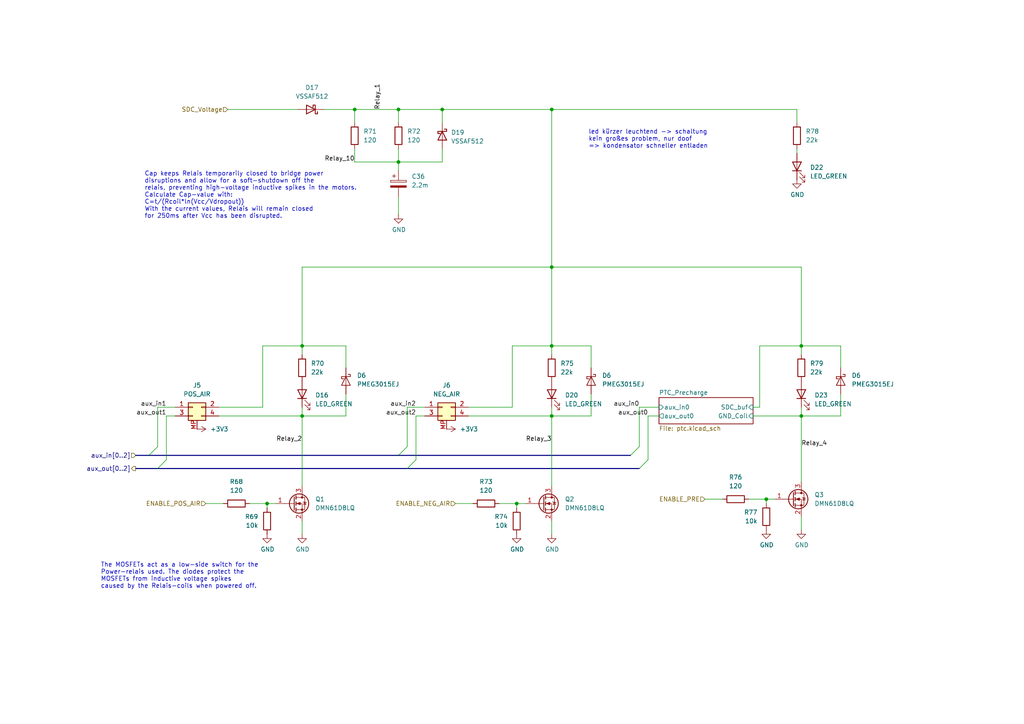
<source format=kicad_sch>
(kicad_sch
	(version 20231120)
	(generator "eeschema")
	(generator_version "8.0")
	(uuid "32d82cdb-bdba-4790-95cd-2bf9f903ff18")
	(paper "A4")
	(lib_symbols
		(symbol "Device:C_Polarized"
			(pin_numbers hide)
			(pin_names
				(offset 0.254)
			)
			(exclude_from_sim no)
			(in_bom yes)
			(on_board yes)
			(property "Reference" "C"
				(at 0.635 2.54 0)
				(effects
					(font
						(size 1.27 1.27)
					)
					(justify left)
				)
			)
			(property "Value" "C_Polarized"
				(at 0.635 -2.54 0)
				(effects
					(font
						(size 1.27 1.27)
					)
					(justify left)
				)
			)
			(property "Footprint" ""
				(at 0.9652 -3.81 0)
				(effects
					(font
						(size 1.27 1.27)
					)
					(hide yes)
				)
			)
			(property "Datasheet" "~"
				(at 0 0 0)
				(effects
					(font
						(size 1.27 1.27)
					)
					(hide yes)
				)
			)
			(property "Description" "Polarized capacitor"
				(at 0 0 0)
				(effects
					(font
						(size 1.27 1.27)
					)
					(hide yes)
				)
			)
			(property "ki_keywords" "cap capacitor"
				(at 0 0 0)
				(effects
					(font
						(size 1.27 1.27)
					)
					(hide yes)
				)
			)
			(property "ki_fp_filters" "CP_*"
				(at 0 0 0)
				(effects
					(font
						(size 1.27 1.27)
					)
					(hide yes)
				)
			)
			(symbol "C_Polarized_0_1"
				(rectangle
					(start -2.286 0.508)
					(end 2.286 1.016)
					(stroke
						(width 0)
						(type default)
					)
					(fill
						(type none)
					)
				)
				(polyline
					(pts
						(xy -1.778 2.286) (xy -0.762 2.286)
					)
					(stroke
						(width 0)
						(type default)
					)
					(fill
						(type none)
					)
				)
				(polyline
					(pts
						(xy -1.27 2.794) (xy -1.27 1.778)
					)
					(stroke
						(width 0)
						(type default)
					)
					(fill
						(type none)
					)
				)
				(rectangle
					(start 2.286 -0.508)
					(end -2.286 -1.016)
					(stroke
						(width 0)
						(type default)
					)
					(fill
						(type outline)
					)
				)
			)
			(symbol "C_Polarized_1_1"
				(pin passive line
					(at 0 3.81 270)
					(length 2.794)
					(name "~"
						(effects
							(font
								(size 1.27 1.27)
							)
						)
					)
					(number "1"
						(effects
							(font
								(size 1.27 1.27)
							)
						)
					)
				)
				(pin passive line
					(at 0 -3.81 90)
					(length 2.794)
					(name "~"
						(effects
							(font
								(size 1.27 1.27)
							)
						)
					)
					(number "2"
						(effects
							(font
								(size 1.27 1.27)
							)
						)
					)
				)
			)
		)
		(symbol "Device:LED"
			(pin_numbers hide)
			(pin_names
				(offset 1.016) hide)
			(exclude_from_sim no)
			(in_bom yes)
			(on_board yes)
			(property "Reference" "D"
				(at 0 2.54 0)
				(effects
					(font
						(size 1.27 1.27)
					)
				)
			)
			(property "Value" "LED"
				(at 0 -2.54 0)
				(effects
					(font
						(size 1.27 1.27)
					)
				)
			)
			(property "Footprint" ""
				(at 0 0 0)
				(effects
					(font
						(size 1.27 1.27)
					)
					(hide yes)
				)
			)
			(property "Datasheet" "~"
				(at 0 0 0)
				(effects
					(font
						(size 1.27 1.27)
					)
					(hide yes)
				)
			)
			(property "Description" "Light emitting diode"
				(at 0 0 0)
				(effects
					(font
						(size 1.27 1.27)
					)
					(hide yes)
				)
			)
			(property "ki_keywords" "LED diode"
				(at 0 0 0)
				(effects
					(font
						(size 1.27 1.27)
					)
					(hide yes)
				)
			)
			(property "ki_fp_filters" "LED* LED_SMD:* LED_THT:*"
				(at 0 0 0)
				(effects
					(font
						(size 1.27 1.27)
					)
					(hide yes)
				)
			)
			(symbol "LED_0_1"
				(polyline
					(pts
						(xy -1.27 -1.27) (xy -1.27 1.27)
					)
					(stroke
						(width 0.254)
						(type default)
					)
					(fill
						(type none)
					)
				)
				(polyline
					(pts
						(xy -1.27 0) (xy 1.27 0)
					)
					(stroke
						(width 0)
						(type default)
					)
					(fill
						(type none)
					)
				)
				(polyline
					(pts
						(xy 1.27 -1.27) (xy 1.27 1.27) (xy -1.27 0) (xy 1.27 -1.27)
					)
					(stroke
						(width 0.254)
						(type default)
					)
					(fill
						(type none)
					)
				)
				(polyline
					(pts
						(xy -3.048 -0.762) (xy -4.572 -2.286) (xy -3.81 -2.286) (xy -4.572 -2.286) (xy -4.572 -1.524)
					)
					(stroke
						(width 0)
						(type default)
					)
					(fill
						(type none)
					)
				)
				(polyline
					(pts
						(xy -1.778 -0.762) (xy -3.302 -2.286) (xy -2.54 -2.286) (xy -3.302 -2.286) (xy -3.302 -1.524)
					)
					(stroke
						(width 0)
						(type default)
					)
					(fill
						(type none)
					)
				)
			)
			(symbol "LED_1_1"
				(pin passive line
					(at -3.81 0 0)
					(length 2.54)
					(name "K"
						(effects
							(font
								(size 1.27 1.27)
							)
						)
					)
					(number "1"
						(effects
							(font
								(size 1.27 1.27)
							)
						)
					)
				)
				(pin passive line
					(at 3.81 0 180)
					(length 2.54)
					(name "A"
						(effects
							(font
								(size 1.27 1.27)
							)
						)
					)
					(number "2"
						(effects
							(font
								(size 1.27 1.27)
							)
						)
					)
				)
			)
		)
		(symbol "Device:R"
			(pin_numbers hide)
			(pin_names
				(offset 0)
			)
			(exclude_from_sim no)
			(in_bom yes)
			(on_board yes)
			(property "Reference" "R"
				(at 2.032 0 90)
				(effects
					(font
						(size 1.27 1.27)
					)
				)
			)
			(property "Value" "R"
				(at 0 0 90)
				(effects
					(font
						(size 1.27 1.27)
					)
				)
			)
			(property "Footprint" ""
				(at -1.778 0 90)
				(effects
					(font
						(size 1.27 1.27)
					)
					(hide yes)
				)
			)
			(property "Datasheet" "~"
				(at 0 0 0)
				(effects
					(font
						(size 1.27 1.27)
					)
					(hide yes)
				)
			)
			(property "Description" "Resistor"
				(at 0 0 0)
				(effects
					(font
						(size 1.27 1.27)
					)
					(hide yes)
				)
			)
			(property "ki_keywords" "R res resistor"
				(at 0 0 0)
				(effects
					(font
						(size 1.27 1.27)
					)
					(hide yes)
				)
			)
			(property "ki_fp_filters" "R_*"
				(at 0 0 0)
				(effects
					(font
						(size 1.27 1.27)
					)
					(hide yes)
				)
			)
			(symbol "R_0_1"
				(rectangle
					(start -1.016 -2.54)
					(end 1.016 2.54)
					(stroke
						(width 0.254)
						(type default)
					)
					(fill
						(type none)
					)
				)
			)
			(symbol "R_1_1"
				(pin passive line
					(at 0 3.81 270)
					(length 1.27)
					(name "~"
						(effects
							(font
								(size 1.27 1.27)
							)
						)
					)
					(number "1"
						(effects
							(font
								(size 1.27 1.27)
							)
						)
					)
				)
				(pin passive line
					(at 0 -3.81 90)
					(length 1.27)
					(name "~"
						(effects
							(font
								(size 1.27 1.27)
							)
						)
					)
					(number "2"
						(effects
							(font
								(size 1.27 1.27)
							)
						)
					)
				)
			)
		)
		(symbol "Diode:PMEG3015EJ"
			(pin_numbers hide)
			(pin_names hide)
			(exclude_from_sim no)
			(in_bom yes)
			(on_board yes)
			(property "Reference" "D"
				(at 0 2.54 0)
				(effects
					(font
						(size 1.27 1.27)
					)
				)
			)
			(property "Value" "PMEG3015EJ"
				(at 0 -2.54 0)
				(effects
					(font
						(size 1.27 1.27)
					)
				)
			)
			(property "Footprint" "Diode_SMD:D_SOD-323F"
				(at 0 -4.445 0)
				(effects
					(font
						(size 1.27 1.27)
					)
					(hide yes)
				)
			)
			(property "Datasheet" "https://assets.nexperia.com/documents/data-sheet/PMEG3015EH_EJ.pdf"
				(at 0 0 0)
				(effects
					(font
						(size 1.27 1.27)
					)
					(hide yes)
				)
			)
			(property "Description" "30V, 1.5A ultra low Vf MEGA Schottky barrier rectifier, SOD-323F"
				(at 0 0 0)
				(effects
					(font
						(size 1.27 1.27)
					)
					(hide yes)
				)
			)
			(property "ki_keywords" "forward voltage diode"
				(at 0 0 0)
				(effects
					(font
						(size 1.27 1.27)
					)
					(hide yes)
				)
			)
			(property "ki_fp_filters" "D*SOD?323F*"
				(at 0 0 0)
				(effects
					(font
						(size 1.27 1.27)
					)
					(hide yes)
				)
			)
			(symbol "PMEG3015EJ_0_1"
				(polyline
					(pts
						(xy 1.27 0) (xy -1.27 0)
					)
					(stroke
						(width 0)
						(type default)
					)
					(fill
						(type none)
					)
				)
				(polyline
					(pts
						(xy 1.27 1.27) (xy 1.27 -1.27) (xy -1.27 0) (xy 1.27 1.27)
					)
					(stroke
						(width 0.2032)
						(type default)
					)
					(fill
						(type none)
					)
				)
				(polyline
					(pts
						(xy -1.905 0.635) (xy -1.905 1.27) (xy -1.27 1.27) (xy -1.27 -1.27) (xy -0.635 -1.27) (xy -0.635 -0.635)
					)
					(stroke
						(width 0.2032)
						(type default)
					)
					(fill
						(type none)
					)
				)
			)
			(symbol "PMEG3015EJ_1_1"
				(pin passive line
					(at -3.81 0 0)
					(length 2.54)
					(name "K"
						(effects
							(font
								(size 1.27 1.27)
							)
						)
					)
					(number "1"
						(effects
							(font
								(size 1.27 1.27)
							)
						)
					)
				)
				(pin passive line
					(at 3.81 0 180)
					(length 2.54)
					(name "A"
						(effects
							(font
								(size 1.27 1.27)
							)
						)
					)
					(number "2"
						(effects
							(font
								(size 1.27 1.27)
							)
						)
					)
				)
			)
		)
		(symbol "Master:MMNL_2x2p_vertical"
			(pin_names
				(offset 1.016) hide)
			(exclude_from_sim no)
			(in_bom yes)
			(on_board yes)
			(property "Reference" "J"
				(at 1.27 2.54 0)
				(effects
					(font
						(size 1.27 1.27)
					)
				)
			)
			(property "Value" "MMNL_2x2p_vertical"
				(at 1.27 -5.08 0)
				(effects
					(font
						(size 1.27 1.27)
					)
				)
			)
			(property "Footprint" "FaSTTUBe_connectors:Micro_Mate-N-Lok_2x2p_vertical"
				(at 2.54 -7.112 0)
				(effects
					(font
						(size 1.27 1.27)
					)
					(hide yes)
				)
			)
			(property "Datasheet" "~"
				(at 0 0 0)
				(effects
					(font
						(size 1.27 1.27)
					)
					(hide yes)
				)
			)
			(property "Description" "Generic connector, double row, 02x02, odd/even pin numbering scheme (row 1 odd numbers, row 2 even numbers), script generated (kicad-library-utils/schlib/autogen/connector/)"
				(at 2.032 -9.398 0)
				(effects
					(font
						(size 1.27 1.27)
					)
					(hide yes)
				)
			)
			(property "ki_keywords" "connector"
				(at 0 0 0)
				(effects
					(font
						(size 1.27 1.27)
					)
					(hide yes)
				)
			)
			(property "ki_fp_filters" "Connector*:*_2x??_*"
				(at 0 0 0)
				(effects
					(font
						(size 1.27 1.27)
					)
					(hide yes)
				)
			)
			(symbol "MMNL_2x2p_vertical_1_1"
				(rectangle
					(start -1.27 -2.413)
					(end 0 -2.667)
					(stroke
						(width 0.1524)
						(type default)
					)
					(fill
						(type none)
					)
				)
				(rectangle
					(start -1.27 0.127)
					(end 0 -0.127)
					(stroke
						(width 0.1524)
						(type default)
					)
					(fill
						(type none)
					)
				)
				(rectangle
					(start -1.27 1.27)
					(end 3.81 -3.81)
					(stroke
						(width 0.254)
						(type default)
					)
					(fill
						(type background)
					)
				)
				(rectangle
					(start 3.81 -2.413)
					(end 2.54 -2.667)
					(stroke
						(width 0.1524)
						(type default)
					)
					(fill
						(type none)
					)
				)
				(rectangle
					(start 3.81 0.127)
					(end 2.54 -0.127)
					(stroke
						(width 0.1524)
						(type default)
					)
					(fill
						(type none)
					)
				)
				(pin passive line
					(at -5.08 0 0)
					(length 3.81)
					(name "Pin_1"
						(effects
							(font
								(size 1.27 1.27)
							)
						)
					)
					(number "1"
						(effects
							(font
								(size 1.27 1.27)
							)
						)
					)
				)
				(pin passive line
					(at 7.62 0 180)
					(length 3.81)
					(name "Pin_2"
						(effects
							(font
								(size 1.27 1.27)
							)
						)
					)
					(number "2"
						(effects
							(font
								(size 1.27 1.27)
							)
						)
					)
				)
				(pin passive line
					(at -5.08 -2.54 0)
					(length 3.81)
					(name "Pin_3"
						(effects
							(font
								(size 1.27 1.27)
							)
						)
					)
					(number "3"
						(effects
							(font
								(size 1.27 1.27)
							)
						)
					)
				)
				(pin passive line
					(at 7.62 -2.54 180)
					(length 3.81)
					(name "Pin_4"
						(effects
							(font
								(size 1.27 1.27)
							)
						)
					)
					(number "4"
						(effects
							(font
								(size 1.27 1.27)
							)
						)
					)
				)
				(pin passive line
					(at 1.27 -6.35 90)
					(length 2.54)
					(name ""
						(effects
							(font
								(size 1.27 1.27)
							)
						)
					)
					(number "MP"
						(effects
							(font
								(size 1.27 1.27)
							)
						)
					)
				)
			)
		)
		(symbol "Master:VSSAF512"
			(pin_numbers hide)
			(pin_names
				(offset 1.016) hide)
			(exclude_from_sim no)
			(in_bom yes)
			(on_board yes)
			(property "Reference" "D"
				(at 0 2.54 0)
				(effects
					(font
						(size 1.27 1.27)
					)
				)
			)
			(property "Value" "VSSAF512"
				(at 0 -2.54 0)
				(effects
					(font
						(size 1.27 1.27)
					)
				)
			)
			(property "Footprint" "Diode_SMD:D_SMA"
				(at 0 0 0)
				(effects
					(font
						(size 1.27 1.27)
					)
					(hide yes)
				)
			)
			(property "Datasheet" "~"
				(at 0 0 0)
				(effects
					(font
						(size 1.27 1.27)
					)
					(hide yes)
				)
			)
			(property "Description" "Schottky diode 100V, 5A"
				(at 0 0 0)
				(effects
					(font
						(size 1.27 1.27)
					)
					(hide yes)
				)
			)
			(property "ki_keywords" "diode Schottky"
				(at 0 0 0)
				(effects
					(font
						(size 1.27 1.27)
					)
					(hide yes)
				)
			)
			(property "ki_fp_filters" "TO-???* *_Diode_* *SingleDiode* D_*"
				(at 0 0 0)
				(effects
					(font
						(size 1.27 1.27)
					)
					(hide yes)
				)
			)
			(symbol "VSSAF512_0_1"
				(polyline
					(pts
						(xy 1.27 0) (xy -1.27 0)
					)
					(stroke
						(width 0)
						(type default)
					)
					(fill
						(type none)
					)
				)
				(polyline
					(pts
						(xy 1.27 1.27) (xy 1.27 -1.27) (xy -1.27 0) (xy 1.27 1.27)
					)
					(stroke
						(width 0.254)
						(type default)
					)
					(fill
						(type none)
					)
				)
				(polyline
					(pts
						(xy -1.905 0.635) (xy -1.905 1.27) (xy -1.27 1.27) (xy -1.27 -1.27) (xy -0.635 -1.27) (xy -0.635 -0.635)
					)
					(stroke
						(width 0.254)
						(type default)
					)
					(fill
						(type none)
					)
				)
			)
			(symbol "VSSAF512_1_1"
				(pin passive line
					(at -3.81 0 0)
					(length 2.54)
					(name "K"
						(effects
							(font
								(size 1.27 1.27)
							)
						)
					)
					(number "1"
						(effects
							(font
								(size 1.27 1.27)
							)
						)
					)
				)
				(pin passive line
					(at 3.81 0 180)
					(length 2.54)
					(name "A"
						(effects
							(font
								(size 1.27 1.27)
							)
						)
					)
					(number "2"
						(effects
							(font
								(size 1.27 1.27)
							)
						)
					)
				)
			)
		)
		(symbol "Transistor_FET:DMN61D8LQ"
			(pin_names hide)
			(exclude_from_sim no)
			(in_bom yes)
			(on_board yes)
			(property "Reference" "Q"
				(at 5.08 1.905 0)
				(effects
					(font
						(size 1.27 1.27)
					)
					(justify left)
				)
			)
			(property "Value" "DMN61D8LQ"
				(at 5.08 0 0)
				(effects
					(font
						(size 1.27 1.27)
					)
					(justify left)
				)
			)
			(property "Footprint" "Package_TO_SOT_SMD:SOT-23"
				(at 5.08 -1.905 0)
				(effects
					(font
						(size 1.27 1.27)
						(italic yes)
					)
					(justify left)
					(hide yes)
				)
			)
			(property "Datasheet" "https://www.diodes.com/assets/Datasheets/DMN61D8LQ.pdf"
				(at 5.08 -3.81 0)
				(effects
					(font
						(size 1.27 1.27)
					)
					(justify left)
					(hide yes)
				)
			)
			(property "Description" "60V Vds, 0.470A Id, N-Channel MOSFET for switching inductive loads , SOT-23"
				(at 0 0 0)
				(effects
					(font
						(size 1.27 1.27)
					)
					(hide yes)
				)
			)
			(property "ki_keywords" "N-Channel MOSFET relay logic-level"
				(at 0 0 0)
				(effects
					(font
						(size 1.27 1.27)
					)
					(hide yes)
				)
			)
			(property "ki_fp_filters" "SOT?23*"
				(at 0 0 0)
				(effects
					(font
						(size 1.27 1.27)
					)
					(hide yes)
				)
			)
			(symbol "DMN61D8LQ_0_1"
				(polyline
					(pts
						(xy 0.254 0) (xy -2.54 0)
					)
					(stroke
						(width 0)
						(type default)
					)
					(fill
						(type none)
					)
				)
				(polyline
					(pts
						(xy 0.254 1.905) (xy 0.254 -1.905)
					)
					(stroke
						(width 0.254)
						(type default)
					)
					(fill
						(type none)
					)
				)
				(polyline
					(pts
						(xy 0.762 -1.27) (xy 0.762 -2.286)
					)
					(stroke
						(width 0.254)
						(type default)
					)
					(fill
						(type none)
					)
				)
				(polyline
					(pts
						(xy 0.762 0.508) (xy 0.762 -0.508)
					)
					(stroke
						(width 0.254)
						(type default)
					)
					(fill
						(type none)
					)
				)
				(polyline
					(pts
						(xy 0.762 2.286) (xy 0.762 1.27)
					)
					(stroke
						(width 0.254)
						(type default)
					)
					(fill
						(type none)
					)
				)
				(polyline
					(pts
						(xy 2.54 2.54) (xy 2.54 1.778)
					)
					(stroke
						(width 0)
						(type default)
					)
					(fill
						(type none)
					)
				)
				(polyline
					(pts
						(xy 2.54 -2.54) (xy 2.54 0) (xy 0.762 0)
					)
					(stroke
						(width 0)
						(type default)
					)
					(fill
						(type none)
					)
				)
				(polyline
					(pts
						(xy 0.762 -1.778) (xy 3.302 -1.778) (xy 3.302 1.778) (xy 0.762 1.778)
					)
					(stroke
						(width 0)
						(type default)
					)
					(fill
						(type none)
					)
				)
				(polyline
					(pts
						(xy 1.016 0) (xy 2.032 0.381) (xy 2.032 -0.381) (xy 1.016 0)
					)
					(stroke
						(width 0)
						(type default)
					)
					(fill
						(type outline)
					)
				)
				(polyline
					(pts
						(xy 2.794 0.508) (xy 2.921 0.381) (xy 3.683 0.381) (xy 3.81 0.254)
					)
					(stroke
						(width 0)
						(type default)
					)
					(fill
						(type none)
					)
				)
				(polyline
					(pts
						(xy 3.302 0.381) (xy 2.921 -0.254) (xy 3.683 -0.254) (xy 3.302 0.381)
					)
					(stroke
						(width 0)
						(type default)
					)
					(fill
						(type none)
					)
				)
				(circle
					(center 1.651 0)
					(radius 2.794)
					(stroke
						(width 0.254)
						(type default)
					)
					(fill
						(type none)
					)
				)
				(circle
					(center 2.54 -1.778)
					(radius 0.254)
					(stroke
						(width 0)
						(type default)
					)
					(fill
						(type outline)
					)
				)
				(circle
					(center 2.54 1.778)
					(radius 0.254)
					(stroke
						(width 0)
						(type default)
					)
					(fill
						(type outline)
					)
				)
			)
			(symbol "DMN61D8LQ_1_1"
				(pin input line
					(at -5.08 0 0)
					(length 2.54)
					(name "G"
						(effects
							(font
								(size 1.27 1.27)
							)
						)
					)
					(number "1"
						(effects
							(font
								(size 1.27 1.27)
							)
						)
					)
				)
				(pin passive line
					(at 2.54 -5.08 90)
					(length 2.54)
					(name "S"
						(effects
							(font
								(size 1.27 1.27)
							)
						)
					)
					(number "2"
						(effects
							(font
								(size 1.27 1.27)
							)
						)
					)
				)
				(pin passive line
					(at 2.54 5.08 270)
					(length 2.54)
					(name "D"
						(effects
							(font
								(size 1.27 1.27)
							)
						)
					)
					(number "3"
						(effects
							(font
								(size 1.27 1.27)
							)
						)
					)
				)
			)
		)
		(symbol "power:+3V3"
			(power)
			(pin_numbers hide)
			(pin_names
				(offset 0) hide)
			(exclude_from_sim no)
			(in_bom yes)
			(on_board yes)
			(property "Reference" "#PWR"
				(at 0 -3.81 0)
				(effects
					(font
						(size 1.27 1.27)
					)
					(hide yes)
				)
			)
			(property "Value" "+3V3"
				(at 0 3.556 0)
				(effects
					(font
						(size 1.27 1.27)
					)
				)
			)
			(property "Footprint" ""
				(at 0 0 0)
				(effects
					(font
						(size 1.27 1.27)
					)
					(hide yes)
				)
			)
			(property "Datasheet" ""
				(at 0 0 0)
				(effects
					(font
						(size 1.27 1.27)
					)
					(hide yes)
				)
			)
			(property "Description" "Power symbol creates a global label with name \"+3V3\""
				(at 0 0 0)
				(effects
					(font
						(size 1.27 1.27)
					)
					(hide yes)
				)
			)
			(property "ki_keywords" "global power"
				(at 0 0 0)
				(effects
					(font
						(size 1.27 1.27)
					)
					(hide yes)
				)
			)
			(symbol "+3V3_0_1"
				(polyline
					(pts
						(xy -0.762 1.27) (xy 0 2.54)
					)
					(stroke
						(width 0)
						(type default)
					)
					(fill
						(type none)
					)
				)
				(polyline
					(pts
						(xy 0 0) (xy 0 2.54)
					)
					(stroke
						(width 0)
						(type default)
					)
					(fill
						(type none)
					)
				)
				(polyline
					(pts
						(xy 0 2.54) (xy 0.762 1.27)
					)
					(stroke
						(width 0)
						(type default)
					)
					(fill
						(type none)
					)
				)
			)
			(symbol "+3V3_1_1"
				(pin power_in line
					(at 0 0 90)
					(length 0)
					(name "~"
						(effects
							(font
								(size 1.27 1.27)
							)
						)
					)
					(number "1"
						(effects
							(font
								(size 1.27 1.27)
							)
						)
					)
				)
			)
		)
		(symbol "power:GND"
			(power)
			(pin_numbers hide)
			(pin_names
				(offset 0) hide)
			(exclude_from_sim no)
			(in_bom yes)
			(on_board yes)
			(property "Reference" "#PWR"
				(at 0 -6.35 0)
				(effects
					(font
						(size 1.27 1.27)
					)
					(hide yes)
				)
			)
			(property "Value" "GND"
				(at 0 -3.81 0)
				(effects
					(font
						(size 1.27 1.27)
					)
				)
			)
			(property "Footprint" ""
				(at 0 0 0)
				(effects
					(font
						(size 1.27 1.27)
					)
					(hide yes)
				)
			)
			(property "Datasheet" ""
				(at 0 0 0)
				(effects
					(font
						(size 1.27 1.27)
					)
					(hide yes)
				)
			)
			(property "Description" "Power symbol creates a global label with name \"GND\" , ground"
				(at 0 0 0)
				(effects
					(font
						(size 1.27 1.27)
					)
					(hide yes)
				)
			)
			(property "ki_keywords" "global power"
				(at 0 0 0)
				(effects
					(font
						(size 1.27 1.27)
					)
					(hide yes)
				)
			)
			(symbol "GND_0_1"
				(polyline
					(pts
						(xy 0 0) (xy 0 -1.27) (xy 1.27 -1.27) (xy 0 -2.54) (xy -1.27 -1.27) (xy 0 -1.27)
					)
					(stroke
						(width 0)
						(type default)
					)
					(fill
						(type none)
					)
				)
			)
			(symbol "GND_1_1"
				(pin power_in line
					(at 0 0 270)
					(length 0)
					(name "~"
						(effects
							(font
								(size 1.27 1.27)
							)
						)
					)
					(number "1"
						(effects
							(font
								(size 1.27 1.27)
							)
						)
					)
				)
			)
		)
	)
	(junction
		(at 160.02 31.75)
		(diameter 0)
		(color 0 0 0 0)
		(uuid "2396d75c-7af6-4383-a29e-72c6664addc7")
	)
	(junction
		(at 160.02 77.47)
		(diameter 0)
		(color 0 0 0 0)
		(uuid "2b9937fd-8ffc-4d6b-a39a-112109ba0ffe")
	)
	(junction
		(at 160.02 120.65)
		(diameter 0)
		(color 0 0 0 0)
		(uuid "36b27a92-463b-450f-8047-9961d0553a2f")
	)
	(junction
		(at 115.57 31.75)
		(diameter 0)
		(color 0 0 0 0)
		(uuid "497e0588-d556-49c9-8d31-0a5b62dcd00a")
	)
	(junction
		(at 232.41 120.65)
		(diameter 0)
		(color 0 0 0 0)
		(uuid "5293fe65-c5c2-4464-b5ae-2e59f5d2c6b2")
	)
	(junction
		(at 102.87 31.75)
		(diameter 0)
		(color 0 0 0 0)
		(uuid "73c3f259-1ea2-4d09-8a26-918abdd90e0d")
	)
	(junction
		(at 128.27 31.75)
		(diameter 0)
		(color 0 0 0 0)
		(uuid "7b7ed203-cb23-404b-84a3-2a1d96221b34")
	)
	(junction
		(at 222.25 144.78)
		(diameter 0)
		(color 0 0 0 0)
		(uuid "7be64c02-8281-4423-8af6-7cbf7efc375a")
	)
	(junction
		(at 115.57 46.99)
		(diameter 0)
		(color 0 0 0 0)
		(uuid "80a87765-60f4-464b-aa67-36e1dc355fbe")
	)
	(junction
		(at 232.41 100.33)
		(diameter 0)
		(color 0 0 0 0)
		(uuid "a4a2eb64-0da9-4514-bc01-40bbaf333582")
	)
	(junction
		(at 149.86 146.05)
		(diameter 0)
		(color 0 0 0 0)
		(uuid "a72e527d-159a-45d5-b793-a05e93569363")
	)
	(junction
		(at 87.63 120.65)
		(diameter 0)
		(color 0 0 0 0)
		(uuid "c4fcb4c7-4c96-4909-828b-524835765a91")
	)
	(junction
		(at 160.02 100.33)
		(diameter 0)
		(color 0 0 0 0)
		(uuid "d18d76fc-4e87-43d9-a731-190bd30fe8aa")
	)
	(junction
		(at 77.47 146.05)
		(diameter 0)
		(color 0 0 0 0)
		(uuid "d4e70c42-6907-4b45-9c34-ac9a976d72ae")
	)
	(junction
		(at 87.63 100.33)
		(diameter 0)
		(color 0 0 0 0)
		(uuid "da2a759e-2e69-4366-bbc7-dad66bae597c")
	)
	(bus_entry
		(at 118.11 135.89)
		(size 2.54 -2.54)
		(stroke
			(width 0)
			(type default)
		)
		(uuid "09d87619-0dfa-4630-9f81-1be20c5c2ee2")
	)
	(bus_entry
		(at 115.57 132.08)
		(size 2.54 -2.54)
		(stroke
			(width 0)
			(type default)
		)
		(uuid "09d87619-0dfa-4630-9f81-1be20c5c2ee3")
	)
	(bus_entry
		(at 182.88 132.08)
		(size 2.54 -2.54)
		(stroke
			(width 0)
			(type default)
		)
		(uuid "09d87619-0dfa-4630-9f81-1be20c5c2ee4")
	)
	(bus_entry
		(at 185.42 135.89)
		(size 2.54 -2.54)
		(stroke
			(width 0)
			(type default)
		)
		(uuid "09d87619-0dfa-4630-9f81-1be20c5c2ee6")
	)
	(bus_entry
		(at 45.72 135.89)
		(size 2.54 -2.54)
		(stroke
			(width 0)
			(type default)
		)
		(uuid "26b8e366-1305-4942-9a46-e6c1399b28d0")
	)
	(bus_entry
		(at 43.18 132.08)
		(size 2.54 -2.54)
		(stroke
			(width 0)
			(type default)
		)
		(uuid "75628773-df92-4878-894d-4c0a72707ef0")
	)
	(wire
		(pts
			(xy 160.02 118.11) (xy 160.02 120.65)
		)
		(stroke
			(width 0)
			(type default)
		)
		(uuid "03217cc5-7c17-408d-b0b3-f5b0d913206b")
	)
	(wire
		(pts
			(xy 232.41 149.86) (xy 232.41 153.67)
		)
		(stroke
			(width 0)
			(type default)
		)
		(uuid "03b97eb4-456f-42b1-bb29-931644be215a")
	)
	(wire
		(pts
			(xy 118.11 118.11) (xy 123.19 118.11)
		)
		(stroke
			(width 0)
			(type default)
		)
		(uuid "09abe531-cb73-4ba0-9daa-25c1e61d07c7")
	)
	(wire
		(pts
			(xy 72.39 146.05) (xy 77.47 146.05)
		)
		(stroke
			(width 0)
			(type default)
		)
		(uuid "0b23b76e-95eb-4a29-b6a5-227a5ccf5b83")
	)
	(wire
		(pts
			(xy 148.59 118.11) (xy 148.59 100.33)
		)
		(stroke
			(width 0)
			(type default)
		)
		(uuid "0c7509d0-eecb-448c-8f74-1f81099a4d2d")
	)
	(wire
		(pts
			(xy 87.63 120.65) (xy 87.63 118.11)
		)
		(stroke
			(width 0)
			(type default)
		)
		(uuid "127f7441-259e-4d1a-a60b-f371bf853557")
	)
	(wire
		(pts
			(xy 118.11 129.54) (xy 118.11 118.11)
		)
		(stroke
			(width 0)
			(type default)
		)
		(uuid "12b4ae8f-5b0a-47d6-b975-a21da12ba7bb")
	)
	(wire
		(pts
			(xy 87.63 154.94) (xy 87.63 151.13)
		)
		(stroke
			(width 0)
			(type default)
		)
		(uuid "12c8ab01-416b-4005-ac9c-23c8586c2228")
	)
	(wire
		(pts
			(xy 204.47 144.78) (xy 209.55 144.78)
		)
		(stroke
			(width 0)
			(type default)
		)
		(uuid "149bd9e6-c7e4-47ce-b5a7-93cfcfa90c65")
	)
	(wire
		(pts
			(xy 222.25 144.78) (xy 224.79 144.78)
		)
		(stroke
			(width 0)
			(type default)
		)
		(uuid "1a09c4a0-bb28-434c-b329-7453da7f2877")
	)
	(wire
		(pts
			(xy 59.69 146.05) (xy 64.77 146.05)
		)
		(stroke
			(width 0)
			(type default)
		)
		(uuid "1f020d0c-02a5-4255-bd6f-353ae58c5660")
	)
	(wire
		(pts
			(xy 128.27 31.75) (xy 160.02 31.75)
		)
		(stroke
			(width 0)
			(type default)
		)
		(uuid "1ff1969d-f5c0-4afb-88ae-83dbdb437154")
	)
	(wire
		(pts
			(xy 232.41 77.47) (xy 232.41 100.33)
		)
		(stroke
			(width 0)
			(type default)
		)
		(uuid "20005d0c-0701-4c17-a231-dfabe6ed1357")
	)
	(wire
		(pts
			(xy 148.59 100.33) (xy 160.02 100.33)
		)
		(stroke
			(width 0)
			(type default)
		)
		(uuid "20133619-e2d1-416f-8ed4-7b3a82c2903f")
	)
	(wire
		(pts
			(xy 218.44 120.65) (xy 232.41 120.65)
		)
		(stroke
			(width 0)
			(type default)
		)
		(uuid "205a7d21-99bb-4f44-aed2-889e0f6d2301")
	)
	(wire
		(pts
			(xy 171.45 114.3) (xy 171.45 120.65)
		)
		(stroke
			(width 0)
			(type default)
		)
		(uuid "265446cc-6421-4e32-b08a-304ca7bc73eb")
	)
	(wire
		(pts
			(xy 135.89 118.11) (xy 148.59 118.11)
		)
		(stroke
			(width 0)
			(type default)
		)
		(uuid "27bd3756-9b33-48e6-b77f-783edd0d3fd6")
	)
	(wire
		(pts
			(xy 120.65 120.65) (xy 123.19 120.65)
		)
		(stroke
			(width 0)
			(type default)
		)
		(uuid "28e635a0-54ce-4645-9f86-63d325423d97")
	)
	(wire
		(pts
			(xy 87.63 77.47) (xy 160.02 77.47)
		)
		(stroke
			(width 0)
			(type default)
		)
		(uuid "2a43b925-a2eb-4c5e-87d8-14e41d90fedc")
	)
	(wire
		(pts
			(xy 160.02 120.65) (xy 160.02 140.97)
		)
		(stroke
			(width 0)
			(type default)
		)
		(uuid "2b761a4a-a828-40b6-a826-27b0eb14e299")
	)
	(wire
		(pts
			(xy 115.57 46.99) (xy 115.57 49.53)
		)
		(stroke
			(width 0)
			(type default)
		)
		(uuid "2d3f4f07-e8b4-4920-9802-b530448eef80")
	)
	(wire
		(pts
			(xy 160.02 100.33) (xy 171.45 100.33)
		)
		(stroke
			(width 0)
			(type default)
		)
		(uuid "2eb7aa78-dcc6-4f22-ab9b-3683f845bb6d")
	)
	(wire
		(pts
			(xy 120.65 120.65) (xy 120.65 133.35)
		)
		(stroke
			(width 0)
			(type default)
		)
		(uuid "32347072-f03f-44e8-a510-4337a4953e0a")
	)
	(wire
		(pts
			(xy 87.63 77.47) (xy 87.63 100.33)
		)
		(stroke
			(width 0)
			(type default)
		)
		(uuid "33c95270-64ff-470a-acc7-723b6890da08")
	)
	(bus
		(pts
			(xy 39.37 135.89) (xy 45.72 135.89)
		)
		(stroke
			(width 0)
			(type default)
		)
		(uuid "35919ee0-1776-4e33-85c8-8a7ad0d46e3d")
	)
	(wire
		(pts
			(xy 185.42 118.11) (xy 191.135 118.11)
		)
		(stroke
			(width 0)
			(type default)
		)
		(uuid "36ceb732-3084-467c-9a26-1d9829f83128")
	)
	(wire
		(pts
			(xy 102.87 31.75) (xy 115.57 31.75)
		)
		(stroke
			(width 0)
			(type default)
		)
		(uuid "390644aa-d62a-4c30-a5f3-997f4b17a98b")
	)
	(wire
		(pts
			(xy 63.5 120.65) (xy 87.63 120.65)
		)
		(stroke
			(width 0)
			(type default)
		)
		(uuid "3ad0e912-e8a2-4751-8d67-7663c9dcf394")
	)
	(wire
		(pts
			(xy 48.26 120.65) (xy 50.8 120.65)
		)
		(stroke
			(width 0)
			(type default)
		)
		(uuid "4018a125-c3f2-4efe-b96e-2e7dd8f98881")
	)
	(wire
		(pts
			(xy 160.02 100.33) (xy 160.02 102.87)
		)
		(stroke
			(width 0)
			(type default)
		)
		(uuid "4741fc9b-81ff-41ca-ac47-e2bce3a58957")
	)
	(wire
		(pts
			(xy 231.14 44.45) (xy 231.14 43.18)
		)
		(stroke
			(width 0)
			(type default)
		)
		(uuid "4acd02b2-ec73-42c6-9613-b28b43efdc98")
	)
	(wire
		(pts
			(xy 171.45 120.65) (xy 160.02 120.65)
		)
		(stroke
			(width 0)
			(type default)
		)
		(uuid "4b453b17-c215-4323-9a8f-50ba50e27635")
	)
	(wire
		(pts
			(xy 144.78 146.05) (xy 149.86 146.05)
		)
		(stroke
			(width 0)
			(type default)
		)
		(uuid "4c615de4-ee59-4bec-8c9a-d2882c078951")
	)
	(wire
		(pts
			(xy 149.86 146.05) (xy 152.4 146.05)
		)
		(stroke
			(width 0)
			(type default)
		)
		(uuid "50f4a179-b84f-4e58-a6c9-0c56e5051fa0")
	)
	(wire
		(pts
			(xy 77.47 146.05) (xy 80.01 146.05)
		)
		(stroke
			(width 0)
			(type default)
		)
		(uuid "5157c484-60ae-4065-a4c2-799bc4e17155")
	)
	(wire
		(pts
			(xy 115.57 43.18) (xy 115.57 46.99)
		)
		(stroke
			(width 0)
			(type default)
		)
		(uuid "51ad4d4f-905e-4a4f-b476-d094aa46835a")
	)
	(wire
		(pts
			(xy 102.87 46.99) (xy 115.57 46.99)
		)
		(stroke
			(width 0)
			(type default)
		)
		(uuid "5de5f109-c456-4ed8-b666-90431bdc4a56")
	)
	(wire
		(pts
			(xy 232.41 120.65) (xy 232.41 139.7)
		)
		(stroke
			(width 0)
			(type default)
		)
		(uuid "6419fa39-4ae2-485a-a5de-abbc411116c9")
	)
	(wire
		(pts
			(xy 187.96 120.65) (xy 187.96 133.35)
		)
		(stroke
			(width 0)
			(type default)
		)
		(uuid "6431610a-64af-440e-abf4-4ab31e88da7e")
	)
	(wire
		(pts
			(xy 115.57 57.15) (xy 115.57 62.23)
		)
		(stroke
			(width 0)
			(type default)
		)
		(uuid "66c977d0-eb57-4bda-bc6f-2dd6821eb110")
	)
	(wire
		(pts
			(xy 66.04 31.75) (xy 86.36 31.75)
		)
		(stroke
			(width 0)
			(type default)
		)
		(uuid "67dd958e-702f-428d-b892-93a1b8da92e1")
	)
	(wire
		(pts
			(xy 128.27 46.99) (xy 128.27 43.18)
		)
		(stroke
			(width 0)
			(type default)
		)
		(uuid "70df3315-57ac-4b2e-b4f1-980f7ad1964d")
	)
	(wire
		(pts
			(xy 76.2 100.33) (xy 87.63 100.33)
		)
		(stroke
			(width 0)
			(type default)
		)
		(uuid "7521d602-7712-4bec-9303-1e9a373e171c")
	)
	(wire
		(pts
			(xy 160.02 31.75) (xy 160.02 77.47)
		)
		(stroke
			(width 0)
			(type default)
		)
		(uuid "7ada87bd-2902-43d7-bba9-ab35ea835049")
	)
	(wire
		(pts
			(xy 135.89 120.65) (xy 160.02 120.65)
		)
		(stroke
			(width 0)
			(type default)
		)
		(uuid "7d14abbd-3219-4db2-9392-d59abd53fa87")
	)
	(wire
		(pts
			(xy 149.86 146.05) (xy 149.86 147.32)
		)
		(stroke
			(width 0)
			(type default)
		)
		(uuid "7d7ea5b6-730a-4489-88f9-0031acad737e")
	)
	(wire
		(pts
			(xy 45.72 118.11) (xy 50.8 118.11)
		)
		(stroke
			(width 0)
			(type default)
		)
		(uuid "7e947fb0-8c25-4dc3-b300-fe4d2909ca1a")
	)
	(wire
		(pts
			(xy 100.33 100.33) (xy 100.33 106.68)
		)
		(stroke
			(width 0)
			(type default)
		)
		(uuid "828021f6-2ca3-471a-84ec-5c8dcdd07f12")
	)
	(wire
		(pts
			(xy 218.44 118.11) (xy 220.345 118.11)
		)
		(stroke
			(width 0)
			(type default)
		)
		(uuid "8570b848-48ff-446f-bb97-389c7b960806")
	)
	(bus
		(pts
			(xy 118.11 135.89) (xy 185.42 135.89)
		)
		(stroke
			(width 0)
			(type default)
		)
		(uuid "8938ccb5-1cc0-4bbf-aa61-e3a94bb12cbb")
	)
	(wire
		(pts
			(xy 77.47 147.32) (xy 77.47 146.05)
		)
		(stroke
			(width 0)
			(type default)
		)
		(uuid "8d8b5318-9165-49cd-8bfa-339c5b9adda5")
	)
	(wire
		(pts
			(xy 243.84 114.3) (xy 243.84 120.65)
		)
		(stroke
			(width 0)
			(type default)
		)
		(uuid "94e6829f-9e0b-46e5-a1d3-3881f00d37b9")
	)
	(wire
		(pts
			(xy 102.87 43.18) (xy 102.87 46.99)
		)
		(stroke
			(width 0)
			(type default)
		)
		(uuid "9776f19c-9e33-49ed-a742-5b7b1e87143f")
	)
	(wire
		(pts
			(xy 217.17 144.78) (xy 222.25 144.78)
		)
		(stroke
			(width 0)
			(type default)
		)
		(uuid "98804a7c-7e2c-473c-baa5-9b096e3f439f")
	)
	(bus
		(pts
			(xy 115.57 132.08) (xy 182.88 132.08)
		)
		(stroke
			(width 0)
			(type default)
		)
		(uuid "9a135994-6e6e-4fd4-b9ed-b2f1d847d6b6")
	)
	(wire
		(pts
			(xy 243.84 100.33) (xy 243.84 106.68)
		)
		(stroke
			(width 0)
			(type default)
		)
		(uuid "9a4e7f42-3f09-4a6c-a7bc-1b9f0b4d318f")
	)
	(wire
		(pts
			(xy 128.27 31.75) (xy 128.27 35.56)
		)
		(stroke
			(width 0)
			(type default)
		)
		(uuid "9ac81aa5-cf1b-4cbf-9fa5-f7b4bc5bb442")
	)
	(wire
		(pts
			(xy 45.72 129.54) (xy 45.72 118.11)
		)
		(stroke
			(width 0)
			(type default)
		)
		(uuid "9b840574-e6f4-4614-993f-15d2fdb2a997")
	)
	(wire
		(pts
			(xy 231.14 35.56) (xy 231.14 31.75)
		)
		(stroke
			(width 0)
			(type default)
		)
		(uuid "9da1fcfc-98fe-4119-8e74-782e50c6ecfe")
	)
	(wire
		(pts
			(xy 232.41 100.33) (xy 243.84 100.33)
		)
		(stroke
			(width 0)
			(type default)
		)
		(uuid "9f9022c9-23a1-465e-8ada-ab5669d2d9d7")
	)
	(wire
		(pts
			(xy 100.33 100.33) (xy 87.63 100.33)
		)
		(stroke
			(width 0)
			(type default)
		)
		(uuid "a4f745ed-92e9-4c41-a3b8-c48150e71d9a")
	)
	(wire
		(pts
			(xy 93.98 31.75) (xy 102.87 31.75)
		)
		(stroke
			(width 0)
			(type default)
		)
		(uuid "a7bebc70-3ab2-4cb6-90bb-bebfc9d5688f")
	)
	(wire
		(pts
			(xy 63.5 118.11) (xy 76.2 118.11)
		)
		(stroke
			(width 0)
			(type default)
		)
		(uuid "aafd044d-803e-4dd8-a223-de403cf44aad")
	)
	(wire
		(pts
			(xy 232.41 118.11) (xy 232.41 120.65)
		)
		(stroke
			(width 0)
			(type default)
		)
		(uuid "acc8a8dd-228e-45b4-8a95-50ce49676bb5")
	)
	(wire
		(pts
			(xy 171.45 100.33) (xy 171.45 106.68)
		)
		(stroke
			(width 0)
			(type default)
		)
		(uuid "aed2bf58-108a-4364-b236-9817514f1b08")
	)
	(wire
		(pts
			(xy 187.96 120.65) (xy 191.135 120.65)
		)
		(stroke
			(width 0)
			(type default)
		)
		(uuid "bb92136c-a022-4cd3-9e04-0c70cd9a96f1")
	)
	(wire
		(pts
			(xy 132.08 146.05) (xy 137.16 146.05)
		)
		(stroke
			(width 0)
			(type default)
		)
		(uuid "bbba60d6-0edc-41fb-b4f2-43fb7444a73a")
	)
	(bus
		(pts
			(xy 45.72 135.89) (xy 118.11 135.89)
		)
		(stroke
			(width 0)
			(type default)
		)
		(uuid "bf0360ae-353f-4af1-8de5-1b2158d46331")
	)
	(wire
		(pts
			(xy 222.25 144.78) (xy 222.25 146.05)
		)
		(stroke
			(width 0)
			(type default)
		)
		(uuid "c3287064-2055-438b-bcbe-6aab6d79d9da")
	)
	(wire
		(pts
			(xy 115.57 31.75) (xy 128.27 31.75)
		)
		(stroke
			(width 0)
			(type default)
		)
		(uuid "ca979b15-0546-4c86-8c18-e60211f7c3a1")
	)
	(wire
		(pts
			(xy 87.63 120.65) (xy 100.33 120.65)
		)
		(stroke
			(width 0)
			(type default)
		)
		(uuid "cf1cde27-a820-453f-932e-c192764f823d")
	)
	(wire
		(pts
			(xy 220.345 100.33) (xy 220.345 118.11)
		)
		(stroke
			(width 0)
			(type default)
		)
		(uuid "d0d86ac0-44d0-4931-b828-e4f447055a90")
	)
	(wire
		(pts
			(xy 232.41 100.33) (xy 232.41 102.87)
		)
		(stroke
			(width 0)
			(type default)
		)
		(uuid "d1367836-41c4-49e1-9dd2-5423dbe29bc6")
	)
	(wire
		(pts
			(xy 102.87 31.75) (xy 102.87 35.56)
		)
		(stroke
			(width 0)
			(type default)
		)
		(uuid "d380d5dc-af96-4c09-92ce-ed4631fd00ef")
	)
	(wire
		(pts
			(xy 160.02 77.47) (xy 232.41 77.47)
		)
		(stroke
			(width 0)
			(type default)
		)
		(uuid "d8418bd3-43a0-40c4-ba44-102f03adc893")
	)
	(wire
		(pts
			(xy 160.02 151.13) (xy 160.02 154.94)
		)
		(stroke
			(width 0)
			(type default)
		)
		(uuid "d8533f17-8af6-4550-afd8-cec3271bf5fa")
	)
	(wire
		(pts
			(xy 87.63 100.33) (xy 87.63 102.87)
		)
		(stroke
			(width 0)
			(type default)
		)
		(uuid "d8ed38d6-ef8f-436f-9ecc-4e89e839a70d")
	)
	(wire
		(pts
			(xy 220.345 100.33) (xy 232.41 100.33)
		)
		(stroke
			(width 0)
			(type default)
		)
		(uuid "daf36698-fd8b-492c-b436-f18a72c0ea0a")
	)
	(wire
		(pts
			(xy 100.33 120.65) (xy 100.33 114.3)
		)
		(stroke
			(width 0)
			(type default)
		)
		(uuid "dbc48690-ae34-4e1b-aa02-bdf72ab06183")
	)
	(wire
		(pts
			(xy 160.02 31.75) (xy 231.14 31.75)
		)
		(stroke
			(width 0)
			(type default)
		)
		(uuid "e079dcaf-f9b9-4115-8413-15cc17391f0a")
	)
	(bus
		(pts
			(xy 39.37 132.08) (xy 43.18 132.08)
		)
		(stroke
			(width 0)
			(type default)
		)
		(uuid "e43a8798-176c-48d1-82eb-c7946d132c05")
	)
	(bus
		(pts
			(xy 43.18 132.08) (xy 115.57 132.08)
		)
		(stroke
			(width 0)
			(type default)
		)
		(uuid "ea79ea1f-636a-45db-bfbb-a5b0d64e9542")
	)
	(wire
		(pts
			(xy 115.57 31.75) (xy 115.57 35.56)
		)
		(stroke
			(width 0)
			(type default)
		)
		(uuid "ef675f49-d4d6-4648-962c-ced376e232bd")
	)
	(wire
		(pts
			(xy 87.63 140.97) (xy 87.63 120.65)
		)
		(stroke
			(width 0)
			(type default)
		)
		(uuid "f16729da-84da-4b28-b232-55575d67face")
	)
	(wire
		(pts
			(xy 76.2 100.33) (xy 76.2 118.11)
		)
		(stroke
			(width 0)
			(type default)
		)
		(uuid "f18089af-35d1-49e2-b30f-dbeb9ba60f88")
	)
	(wire
		(pts
			(xy 185.42 118.11) (xy 185.42 129.54)
		)
		(stroke
			(width 0)
			(type default)
		)
		(uuid "f4df74f7-90bb-434c-ae30-6bb8ffe6ac03")
	)
	(wire
		(pts
			(xy 48.26 120.65) (xy 48.26 133.35)
		)
		(stroke
			(width 0)
			(type default)
		)
		(uuid "f58ccfe4-1abd-47cb-bbb9-afa49d268099")
	)
	(wire
		(pts
			(xy 115.57 46.99) (xy 128.27 46.99)
		)
		(stroke
			(width 0)
			(type default)
		)
		(uuid "fb94209c-37e6-4fec-8be5-7aa7304ae214")
	)
	(wire
		(pts
			(xy 243.84 120.65) (xy 232.41 120.65)
		)
		(stroke
			(width 0)
			(type default)
		)
		(uuid "fc29d23f-e27e-4f28-ab71-a4b0c732df84")
	)
	(wire
		(pts
			(xy 160.02 77.47) (xy 160.02 100.33)
		)
		(stroke
			(width 0)
			(type default)
		)
		(uuid "fefebbe0-4936-4f0a-a279-5c4f9c53fde4")
	)
	(text "The MOSFETs act as a low-side switch for the\nPower-relais used. The diodes protect the\nMOSFETs from inductive voltage spikes\ncaused by the Relais-coils when powered off."
		(exclude_from_sim no)
		(at 29.21 170.815 0)
		(effects
			(font
				(size 1.27 1.27)
			)
			(justify left bottom)
		)
		(uuid "258368d8-5a11-4808-89a9-f0928d3dfce6")
	)
	(text "led kürzer leuchtend -> schaltung \nkein großes problem, nur doof\n=> kondensator schneller entladen"
		(exclude_from_sim no)
		(at 170.688 40.386 0)
		(effects
			(font
				(size 1.27 1.27)
			)
			(justify left)
		)
		(uuid "2e25d93d-cd13-4bea-b562-25fe63948a26")
	)
	(text "Cap keeps Relais temporarily closed to bridge power\ndisruptions and allow for a soft-shutdown off the \nrelais, preventing high-voltage inductive spikes in the motors. \nCalculate Cap-value with:\nC=t/(Rcoil*ln(Vcc/Vdropout))\nWith the current values, Relais will remain closed \nfor 250ms after Vcc has been disrupted."
		(exclude_from_sim no)
		(at 41.91 63.5 0)
		(effects
			(font
				(size 1.27 1.27)
			)
			(justify left bottom)
		)
		(uuid "c0803fb7-106b-4a38-a2fb-c036ce08468a")
	)
	(label "Relay_4"
		(at 232.41 129.54 0)
		(fields_autoplaced yes)
		(effects
			(font
				(size 1.27 1.27)
				(color 0 0 0 1)
			)
			(justify left bottom)
		)
		(uuid "02a578a0-db42-458b-a8bf-c4980a9932c2")
		(property "Netclass" "Relay"
			(at 232.41 130.81 0)
			(effects
				(font
					(size 1.27 1.27)
					(bold yes)
					(italic yes)
				)
				(justify left)
				(hide yes)
			)
		)
	)
	(label "aux_in0"
		(at 185.42 118.11 180)
		(fields_autoplaced yes)
		(effects
			(font
				(size 1.27 1.27)
			)
			(justify right bottom)
		)
		(uuid "1cbe1164-dc6e-490c-9254-f205ceb60740")
	)
	(label "aux_in2"
		(at 120.65 118.11 180)
		(fields_autoplaced yes)
		(effects
			(font
				(size 1.27 1.27)
			)
			(justify right bottom)
		)
		(uuid "2a4997a9-9c91-4f12-846c-0c2a66d05dfd")
	)
	(label "aux_out0"
		(at 187.96 120.65 180)
		(fields_autoplaced yes)
		(effects
			(font
				(size 1.27 1.27)
			)
			(justify right bottom)
		)
		(uuid "2c2d13c2-8535-4e86-b2da-8e147311fa4c")
	)
	(label "Relay_1"
		(at 110.49 31.75 90)
		(fields_autoplaced yes)
		(effects
			(font
				(size 1.27 1.27)
				(color 0 0 0 1)
			)
			(justify left bottom)
		)
		(uuid "62d3aee4-8eb8-4520-9ca5-f7bf5585b551")
		(property "Netclass" "Relay"
			(at 111.76 31.75 90)
			(effects
				(font
					(size 1.27 1.27)
					(bold yes)
					(italic yes)
				)
				(justify left)
				(hide yes)
			)
		)
	)
	(label "aux_in1"
		(at 48.26 118.11 180)
		(fields_autoplaced yes)
		(effects
			(font
				(size 1.27 1.27)
			)
			(justify right bottom)
		)
		(uuid "789345fc-aae8-47c3-896c-3bccec4ca744")
	)
	(label "Relay_3"
		(at 160.02 128.27 180)
		(fields_autoplaced yes)
		(effects
			(font
				(size 1.27 1.27)
				(color 0 0 0 1)
			)
			(justify right bottom)
		)
		(uuid "ad09fc02-9245-4498-ab57-4279b29e0fd5")
		(property "Netclass" "Relay"
			(at 160.02 129.54 0)
			(effects
				(font
					(size 1.27 1.27)
					(bold yes)
					(italic yes)
				)
				(justify right)
				(hide yes)
			)
		)
	)
	(label "Relay_10"
		(at 102.87 46.99 180)
		(fields_autoplaced yes)
		(effects
			(font
				(size 1.27 1.27)
				(color 0 0 0 1)
			)
			(justify right bottom)
		)
		(uuid "c1ebb5a4-c466-4b5c-a4cc-e62f42006cab")
		(property "Netclass" "Relay"
			(at 102.87 48.26 0)
			(effects
				(font
					(size 1.27 1.27)
					(bold yes)
					(italic yes)
				)
				(justify right)
				(hide yes)
			)
		)
	)
	(label "aux_out1"
		(at 48.26 120.65 180)
		(fields_autoplaced yes)
		(effects
			(font
				(size 1.27 1.27)
			)
			(justify right bottom)
		)
		(uuid "e17e6596-a671-4840-93e9-5ea70dc6944e")
	)
	(label "Relay_2"
		(at 87.63 128.27 180)
		(fields_autoplaced yes)
		(effects
			(font
				(size 1.27 1.27)
				(color 0 0 0 1)
			)
			(justify right bottom)
		)
		(uuid "ed8e1a50-69bd-4948-8eba-7e8a9f08cea7")
		(property "Netclass" "Relay"
			(at 87.63 129.54 0)
			(effects
				(font
					(size 1.27 1.27)
					(bold yes)
					(italic yes)
				)
				(justify right)
				(hide yes)
			)
		)
	)
	(label "aux_out2"
		(at 120.65 120.65 180)
		(fields_autoplaced yes)
		(effects
			(font
				(size 1.27 1.27)
			)
			(justify right bottom)
		)
		(uuid "f2209fd1-7f1c-43c1-a4d1-c9e159f0ee9e")
	)
	(hierarchical_label "aux_in[0..2]"
		(shape input)
		(at 39.37 132.08 180)
		(fields_autoplaced yes)
		(effects
			(font
				(size 1.27 1.27)
			)
			(justify right)
		)
		(uuid "1329b929-c6d9-41d4-8489-5b58d058fac4")
	)
	(hierarchical_label "ENABLE_NEG_AIR"
		(shape input)
		(at 132.08 146.05 180)
		(fields_autoplaced yes)
		(effects
			(font
				(size 1.27 1.27)
			)
			(justify right)
		)
		(uuid "2932f4cf-0a0c-49af-a1d7-fa22304888e5")
	)
	(hierarchical_label "ENABLE_POS_AIR"
		(shape input)
		(at 59.69 146.05 180)
		(fields_autoplaced yes)
		(effects
			(font
				(size 1.27 1.27)
			)
			(justify right)
		)
		(uuid "82361cea-c610-4ed0-bf99-cf6dc54bb5fd")
	)
	(hierarchical_label "SDC_Voltage"
		(shape input)
		(at 66.04 31.75 180)
		(fields_autoplaced yes)
		(effects
			(font
				(size 1.27 1.27)
			)
			(justify right)
		)
		(uuid "b2a3304f-8fe7-42b1-b691-4bba20b305ab")
	)
	(hierarchical_label "aux_out[0..2]"
		(shape output)
		(at 39.37 135.89 180)
		(fields_autoplaced yes)
		(effects
			(font
				(size 1.27 1.27)
			)
			(justify right)
		)
		(uuid "ca086fa9-89c5-48e7-a2b5-9c544b1129c6")
	)
	(hierarchical_label "ENABLE_PRE"
		(shape input)
		(at 204.47 144.78 180)
		(fields_autoplaced yes)
		(effects
			(font
				(size 1.27 1.27)
			)
			(justify right)
		)
		(uuid "e2bd35ef-b405-4b5d-b185-7eb0b55f1c68")
	)
	(symbol
		(lib_id "Device:C_Polarized")
		(at 115.57 53.34 0)
		(unit 1)
		(exclude_from_sim no)
		(in_bom yes)
		(on_board yes)
		(dnp no)
		(fields_autoplaced yes)
		(uuid "078b9203-f225-4a0a-bc62-a73f572f04c1")
		(property "Reference" "C36"
			(at 119.38 51.181 0)
			(effects
				(font
					(size 1.27 1.27)
				)
				(justify left)
			)
		)
		(property "Value" "2.2m"
			(at 119.38 53.721 0)
			(effects
				(font
					(size 1.27 1.27)
				)
				(justify left)
			)
		)
		(property "Footprint" "Master:WCAP-ASLI_16"
			(at 116.5352 57.15 0)
			(effects
				(font
					(size 1.27 1.27)
				)
				(hide yes)
			)
		)
		(property "Datasheet" "https://www.we-online.com/components/products/datasheet/865080463017.pdf"
			(at 115.57 53.34 0)
			(effects
				(font
					(size 1.27 1.27)
				)
				(hide yes)
			)
		)
		(property "Description" "Polarized capacitor"
			(at 115.57 53.34 0)
			(effects
				(font
					(size 1.27 1.27)
				)
				(hide yes)
			)
		)
		(pin "1"
			(uuid "6bfddd93-beda-4483-bcc7-4bea0d4aaa69")
		)
		(pin "2"
			(uuid "63d3107b-0af2-43d7-aabb-4c61078e43f0")
		)
		(instances
			(project "Master_FT25"
				(path "/e63e39d7-6ac0-4ffd-8aa3-1841a4541b55/95b8e8bb-175b-4c26-b28f-f18dafbb4793"
					(reference "C36")
					(unit 1)
				)
			)
		)
	)
	(symbol
		(lib_id "power:GND")
		(at 232.41 153.67 0)
		(unit 1)
		(exclude_from_sim no)
		(in_bom yes)
		(on_board yes)
		(dnp no)
		(fields_autoplaced yes)
		(uuid "0f9ffc6c-5d0d-40ae-8af1-2fbed3f823ca")
		(property "Reference" "#PWR078"
			(at 232.41 160.02 0)
			(effects
				(font
					(size 1.27 1.27)
				)
				(hide yes)
			)
		)
		(property "Value" "GND"
			(at 232.537 158.0642 0)
			(effects
				(font
					(size 1.27 1.27)
				)
			)
		)
		(property "Footprint" ""
			(at 232.41 153.67 0)
			(effects
				(font
					(size 1.27 1.27)
				)
				(hide yes)
			)
		)
		(property "Datasheet" ""
			(at 232.41 153.67 0)
			(effects
				(font
					(size 1.27 1.27)
				)
				(hide yes)
			)
		)
		(property "Description" "Power symbol creates a global label with name \"GND\" , ground"
			(at 232.41 153.67 0)
			(effects
				(font
					(size 1.27 1.27)
				)
				(hide yes)
			)
		)
		(pin "1"
			(uuid "eaed6674-d907-4846-8a81-6c598c1f649b")
		)
		(instances
			(project "Master_FT25"
				(path "/e63e39d7-6ac0-4ffd-8aa3-1841a4541b55/95b8e8bb-175b-4c26-b28f-f18dafbb4793"
					(reference "#PWR078")
					(unit 1)
				)
			)
		)
	)
	(symbol
		(lib_id "Device:R")
		(at 87.63 106.68 0)
		(unit 1)
		(exclude_from_sim no)
		(in_bom yes)
		(on_board yes)
		(dnp no)
		(fields_autoplaced yes)
		(uuid "1746a597-7c11-44d4-a625-1e5f41d1e896")
		(property "Reference" "R70"
			(at 90.17 105.41 0)
			(effects
				(font
					(size 1.27 1.27)
				)
				(justify left)
			)
		)
		(property "Value" "22k"
			(at 90.17 107.95 0)
			(effects
				(font
					(size 1.27 1.27)
				)
				(justify left)
			)
		)
		(property "Footprint" "Resistor_SMD:R_0603_1608Metric"
			(at 85.852 106.68 90)
			(effects
				(font
					(size 1.27 1.27)
				)
				(hide yes)
			)
		)
		(property "Datasheet" "~"
			(at 87.63 106.68 0)
			(effects
				(font
					(size 1.27 1.27)
				)
				(hide yes)
			)
		)
		(property "Description" "Resistor"
			(at 87.63 106.68 0)
			(effects
				(font
					(size 1.27 1.27)
				)
				(hide yes)
			)
		)
		(pin "1"
			(uuid "5a8d214c-afb1-4e41-adbd-de11e87fd981")
		)
		(pin "2"
			(uuid "40fabb5a-b3b8-46b1-897b-22367056ad35")
		)
		(instances
			(project "Master_FT25"
				(path "/e63e39d7-6ac0-4ffd-8aa3-1841a4541b55/95b8e8bb-175b-4c26-b28f-f18dafbb4793"
					(reference "R70")
					(unit 1)
				)
			)
		)
	)
	(symbol
		(lib_id "Device:LED")
		(at 232.41 114.3 90)
		(unit 1)
		(exclude_from_sim no)
		(in_bom yes)
		(on_board yes)
		(dnp no)
		(fields_autoplaced yes)
		(uuid "1e6de298-7882-4bab-8b12-0dce812ff64c")
		(property "Reference" "D23"
			(at 236.22 114.6175 90)
			(effects
				(font
					(size 1.27 1.27)
				)
				(justify right)
			)
		)
		(property "Value" "LED_GREEN"
			(at 236.22 117.1575 90)
			(effects
				(font
					(size 1.27 1.27)
				)
				(justify right)
			)
		)
		(property "Footprint" "LED_SMD:LED_0603_1608Metric"
			(at 232.41 114.3 0)
			(effects
				(font
					(size 1.27 1.27)
				)
				(hide yes)
			)
		)
		(property "Datasheet" "~"
			(at 232.41 114.3 0)
			(effects
				(font
					(size 1.27 1.27)
				)
				(hide yes)
			)
		)
		(property "Description" "Light emitting diode"
			(at 232.41 114.3 0)
			(effects
				(font
					(size 1.27 1.27)
				)
				(hide yes)
			)
		)
		(pin "1"
			(uuid "7c124309-4f9c-4cf6-b4bc-16429273b879")
		)
		(pin "2"
			(uuid "9ada0176-6584-4156-9c9b-1c738c97c891")
		)
		(instances
			(project "Master_FT25"
				(path "/e63e39d7-6ac0-4ffd-8aa3-1841a4541b55/95b8e8bb-175b-4c26-b28f-f18dafbb4793"
					(reference "D23")
					(unit 1)
				)
			)
		)
	)
	(symbol
		(lib_id "Device:R")
		(at 115.57 39.37 180)
		(unit 1)
		(exclude_from_sim no)
		(in_bom yes)
		(on_board yes)
		(dnp no)
		(fields_autoplaced yes)
		(uuid "233fe9f2-9bb8-4a10-983d-95c7899e44d3")
		(property "Reference" "R72"
			(at 118.11 38.1 0)
			(effects
				(font
					(size 1.27 1.27)
				)
				(justify right)
			)
		)
		(property "Value" "120"
			(at 118.11 40.64 0)
			(effects
				(font
					(size 1.27 1.27)
				)
				(justify right)
			)
		)
		(property "Footprint" "Resistor_SMD:R_0603_1608Metric"
			(at 117.348 39.37 90)
			(effects
				(font
					(size 1.27 1.27)
				)
				(hide yes)
			)
		)
		(property "Datasheet" "~"
			(at 115.57 39.37 0)
			(effects
				(font
					(size 1.27 1.27)
				)
				(hide yes)
			)
		)
		(property "Description" "Resistor"
			(at 115.57 39.37 0)
			(effects
				(font
					(size 1.27 1.27)
				)
				(hide yes)
			)
		)
		(pin "1"
			(uuid "de6ae441-d16f-497b-a554-d5770572aaeb")
		)
		(pin "2"
			(uuid "ccee4d84-82a8-4bf7-9b56-e8763816b0a0")
		)
		(instances
			(project "Master_FT25"
				(path "/e63e39d7-6ac0-4ffd-8aa3-1841a4541b55/95b8e8bb-175b-4c26-b28f-f18dafbb4793"
					(reference "R72")
					(unit 1)
				)
			)
		)
	)
	(symbol
		(lib_id "power:GND")
		(at 87.63 154.94 0)
		(unit 1)
		(exclude_from_sim no)
		(in_bom yes)
		(on_board yes)
		(dnp no)
		(uuid "23427cd0-4e50-428a-904d-ea9fee1754a9")
		(property "Reference" "#PWR070"
			(at 87.63 161.29 0)
			(effects
				(font
					(size 1.27 1.27)
				)
				(hide yes)
			)
		)
		(property "Value" "GND"
			(at 87.757 159.3342 0)
			(effects
				(font
					(size 1.27 1.27)
				)
			)
		)
		(property "Footprint" ""
			(at 87.63 154.94 0)
			(effects
				(font
					(size 1.27 1.27)
				)
				(hide yes)
			)
		)
		(property "Datasheet" ""
			(at 87.63 154.94 0)
			(effects
				(font
					(size 1.27 1.27)
				)
				(hide yes)
			)
		)
		(property "Description" "Power symbol creates a global label with name \"GND\" , ground"
			(at 87.63 154.94 0)
			(effects
				(font
					(size 1.27 1.27)
				)
				(hide yes)
			)
		)
		(pin "1"
			(uuid "f208bd49-b300-4ed3-99e7-aee13196bc1d")
		)
		(instances
			(project "Master_FT25"
				(path "/e63e39d7-6ac0-4ffd-8aa3-1841a4541b55/95b8e8bb-175b-4c26-b28f-f18dafbb4793"
					(reference "#PWR070")
					(unit 1)
				)
			)
		)
	)
	(symbol
		(lib_id "Device:R")
		(at 68.58 146.05 90)
		(unit 1)
		(exclude_from_sim no)
		(in_bom yes)
		(on_board yes)
		(dnp no)
		(fields_autoplaced yes)
		(uuid "2480b747-3be5-45dc-96fc-36ec151a02f6")
		(property "Reference" "R68"
			(at 68.58 139.7 90)
			(effects
				(font
					(size 1.27 1.27)
				)
			)
		)
		(property "Value" "120"
			(at 68.58 142.24 90)
			(effects
				(font
					(size 1.27 1.27)
				)
			)
		)
		(property "Footprint" "Resistor_SMD:R_0603_1608Metric"
			(at 68.58 147.828 90)
			(effects
				(font
					(size 1.27 1.27)
				)
				(hide yes)
			)
		)
		(property "Datasheet" "~"
			(at 68.58 146.05 0)
			(effects
				(font
					(size 1.27 1.27)
				)
				(hide yes)
			)
		)
		(property "Description" "Resistor"
			(at 68.58 146.05 0)
			(effects
				(font
					(size 1.27 1.27)
				)
				(hide yes)
			)
		)
		(pin "1"
			(uuid "9d30957a-5673-492a-ad5b-a7a3eb8fed30")
		)
		(pin "2"
			(uuid "0e062329-2634-4453-ba20-8277a95069ae")
		)
		(instances
			(project "Master_FT25"
				(path "/e63e39d7-6ac0-4ffd-8aa3-1841a4541b55/95b8e8bb-175b-4c26-b28f-f18dafbb4793"
					(reference "R68")
					(unit 1)
				)
			)
		)
	)
	(symbol
		(lib_id "Master:MMNL_2x2p_vertical")
		(at 55.88 118.11 0)
		(unit 1)
		(exclude_from_sim no)
		(in_bom yes)
		(on_board yes)
		(dnp no)
		(fields_autoplaced yes)
		(uuid "4046c807-0edb-42e9-aae9-2d2fe074a1a9")
		(property "Reference" "J5"
			(at 57.15 111.76 0)
			(effects
				(font
					(size 1.27 1.27)
				)
			)
		)
		(property "Value" "POS_AIR"
			(at 57.15 114.3 0)
			(effects
				(font
					(size 1.27 1.27)
				)
			)
		)
		(property "Footprint" "FaSTTUBe_connectors:Micro_Mate-N-Lok_2x2p_vertical"
			(at 55.88 118.11 0)
			(effects
				(font
					(size 1.27 1.27)
				)
				(hide yes)
			)
		)
		(property "Datasheet" "~"
			(at 55.88 118.11 0)
			(effects
				(font
					(size 1.27 1.27)
				)
				(hide yes)
			)
		)
		(property "Description" "Generic connector, double row, 02x02, odd/even pin numbering scheme (row 1 odd numbers, row 2 even numbers), script generated (kicad-library-utils/schlib/autogen/connector/)"
			(at 55.88 118.11 0)
			(effects
				(font
					(size 1.27 1.27)
				)
				(hide yes)
			)
		)
		(pin "1"
			(uuid "1c2ed6c0-886c-4977-97ec-d7d73dc1dbb2")
		)
		(pin "2"
			(uuid "de6472d7-a40f-441b-94bf-f191e9ec3e44")
		)
		(pin "3"
			(uuid "28de15dc-35ee-49bb-a582-c0b572d1e196")
		)
		(pin "4"
			(uuid "3b731c1e-e60d-4856-accb-b0aced8cbb5c")
		)
		(pin "MP"
			(uuid "edde3cde-e896-42a9-bd81-95170b6b335b")
		)
		(instances
			(project "Master_FT25"
				(path "/e63e39d7-6ac0-4ffd-8aa3-1841a4541b55/95b8e8bb-175b-4c26-b28f-f18dafbb4793"
					(reference "J5")
					(unit 1)
				)
			)
		)
	)
	(symbol
		(lib_id "Device:LED")
		(at 87.63 114.3 90)
		(unit 1)
		(exclude_from_sim no)
		(in_bom yes)
		(on_board yes)
		(dnp no)
		(fields_autoplaced yes)
		(uuid "4fbfa647-992d-43ae-99ed-02241873c8f8")
		(property "Reference" "D16"
			(at 91.44 114.6175 90)
			(effects
				(font
					(size 1.27 1.27)
				)
				(justify right)
			)
		)
		(property "Value" "LED_GREEN"
			(at 91.44 117.1575 90)
			(effects
				(font
					(size 1.27 1.27)
				)
				(justify right)
			)
		)
		(property "Footprint" "LED_SMD:LED_0603_1608Metric"
			(at 87.63 114.3 0)
			(effects
				(font
					(size 1.27 1.27)
				)
				(hide yes)
			)
		)
		(property "Datasheet" "~"
			(at 87.63 114.3 0)
			(effects
				(font
					(size 1.27 1.27)
				)
				(hide yes)
			)
		)
		(property "Description" "Light emitting diode"
			(at 87.63 114.3 0)
			(effects
				(font
					(size 1.27 1.27)
				)
				(hide yes)
			)
		)
		(pin "1"
			(uuid "f5c2ddd6-754e-4e1d-a173-6459fd6c0155")
		)
		(pin "2"
			(uuid "9751ddb2-1516-4fde-b6e7-8f91e8952f9b")
		)
		(instances
			(project "Master_FT25"
				(path "/e63e39d7-6ac0-4ffd-8aa3-1841a4541b55/95b8e8bb-175b-4c26-b28f-f18dafbb4793"
					(reference "D16")
					(unit 1)
				)
			)
		)
	)
	(symbol
		(lib_id "power:+3V3")
		(at 129.54 124.46 270)
		(unit 1)
		(exclude_from_sim no)
		(in_bom yes)
		(on_board yes)
		(dnp no)
		(fields_autoplaced yes)
		(uuid "545c1ade-4860-440d-bded-a52f999a19e4")
		(property "Reference" "#PWR072"
			(at 125.73 124.46 0)
			(effects
				(font
					(size 1.27 1.27)
				)
				(hide yes)
			)
		)
		(property "Value" "+3V3"
			(at 133.35 124.4599 90)
			(effects
				(font
					(size 1.27 1.27)
				)
				(justify left)
			)
		)
		(property "Footprint" ""
			(at 129.54 124.46 0)
			(effects
				(font
					(size 1.27 1.27)
				)
				(hide yes)
			)
		)
		(property "Datasheet" ""
			(at 129.54 124.46 0)
			(effects
				(font
					(size 1.27 1.27)
				)
				(hide yes)
			)
		)
		(property "Description" "Power symbol creates a global label with name \"+3V3\""
			(at 129.54 124.46 0)
			(effects
				(font
					(size 1.27 1.27)
				)
				(hide yes)
			)
		)
		(pin "1"
			(uuid "391fc590-6ec2-4abb-a3dc-5f97b10ecada")
		)
		(instances
			(project "Master_FT25"
				(path "/e63e39d7-6ac0-4ffd-8aa3-1841a4541b55/95b8e8bb-175b-4c26-b28f-f18dafbb4793"
					(reference "#PWR072")
					(unit 1)
				)
			)
		)
	)
	(symbol
		(lib_id "Device:R")
		(at 102.87 39.37 180)
		(unit 1)
		(exclude_from_sim no)
		(in_bom yes)
		(on_board yes)
		(dnp no)
		(fields_autoplaced yes)
		(uuid "62ca6c3b-91d1-49bb-b314-cf8fdf12bdbc")
		(property "Reference" "R71"
			(at 105.41 38.1 0)
			(effects
				(font
					(size 1.27 1.27)
				)
				(justify right)
			)
		)
		(property "Value" "120"
			(at 105.41 40.64 0)
			(effects
				(font
					(size 1.27 1.27)
				)
				(justify right)
			)
		)
		(property "Footprint" "Resistor_SMD:R_0603_1608Metric"
			(at 104.648 39.37 90)
			(effects
				(font
					(size 1.27 1.27)
				)
				(hide yes)
			)
		)
		(property "Datasheet" "~"
			(at 102.87 39.37 0)
			(effects
				(font
					(size 1.27 1.27)
				)
				(hide yes)
			)
		)
		(property "Description" "Resistor"
			(at 102.87 39.37 0)
			(effects
				(font
					(size 1.27 1.27)
				)
				(hide yes)
			)
		)
		(pin "1"
			(uuid "d1897df4-9f51-48ae-b6d2-337712d3c88d")
		)
		(pin "2"
			(uuid "04b8255f-fa6e-48d8-b4e9-2ed152f00005")
		)
		(instances
			(project "Master_FT25"
				(path "/e63e39d7-6ac0-4ffd-8aa3-1841a4541b55/95b8e8bb-175b-4c26-b28f-f18dafbb4793"
					(reference "R71")
					(unit 1)
				)
			)
		)
	)
	(symbol
		(lib_id "Device:R")
		(at 77.47 151.13 0)
		(unit 1)
		(exclude_from_sim no)
		(in_bom yes)
		(on_board yes)
		(dnp no)
		(fields_autoplaced yes)
		(uuid "631da9e6-ffb4-4615-9855-f4ed5aa064e4")
		(property "Reference" "R69"
			(at 74.93 149.86 0)
			(effects
				(font
					(size 1.27 1.27)
				)
				(justify right)
			)
		)
		(property "Value" "10k"
			(at 74.93 152.4 0)
			(effects
				(font
					(size 1.27 1.27)
				)
				(justify right)
			)
		)
		(property "Footprint" "Resistor_SMD:R_0603_1608Metric"
			(at 75.692 151.13 90)
			(effects
				(font
					(size 1.27 1.27)
				)
				(hide yes)
			)
		)
		(property "Datasheet" "~"
			(at 77.47 151.13 0)
			(effects
				(font
					(size 1.27 1.27)
				)
				(hide yes)
			)
		)
		(property "Description" "Resistor"
			(at 77.47 151.13 0)
			(effects
				(font
					(size 1.27 1.27)
				)
				(hide yes)
			)
		)
		(pin "1"
			(uuid "062cc0b4-9f23-4196-819c-ff9ce7fc5b8b")
		)
		(pin "2"
			(uuid "aa0a7cd3-583d-4479-a751-32b0e0e8e495")
		)
		(instances
			(project "Master_FT25"
				(path "/e63e39d7-6ac0-4ffd-8aa3-1841a4541b55/95b8e8bb-175b-4c26-b28f-f18dafbb4793"
					(reference "R69")
					(unit 1)
				)
			)
		)
	)
	(symbol
		(lib_id "Device:R")
		(at 231.14 39.37 0)
		(unit 1)
		(exclude_from_sim no)
		(in_bom yes)
		(on_board yes)
		(dnp no)
		(fields_autoplaced yes)
		(uuid "632a373e-ff10-48ca-9141-30dd9cc0ae4d")
		(property "Reference" "R78"
			(at 233.68 38.1 0)
			(effects
				(font
					(size 1.27 1.27)
				)
				(justify left)
			)
		)
		(property "Value" "22k"
			(at 233.68 40.64 0)
			(effects
				(font
					(size 1.27 1.27)
				)
				(justify left)
			)
		)
		(property "Footprint" "Resistor_SMD:R_0603_1608Metric"
			(at 229.362 39.37 90)
			(effects
				(font
					(size 1.27 1.27)
				)
				(hide yes)
			)
		)
		(property "Datasheet" "~"
			(at 231.14 39.37 0)
			(effects
				(font
					(size 1.27 1.27)
				)
				(hide yes)
			)
		)
		(property "Description" "Resistor"
			(at 231.14 39.37 0)
			(effects
				(font
					(size 1.27 1.27)
				)
				(hide yes)
			)
		)
		(pin "1"
			(uuid "90a75c99-f639-4c99-9d87-92e4eb2f31be")
		)
		(pin "2"
			(uuid "0652aaaa-ac42-405c-afea-69b7d7c85929")
		)
		(instances
			(project "Master_FT25"
				(path "/e63e39d7-6ac0-4ffd-8aa3-1841a4541b55/95b8e8bb-175b-4c26-b28f-f18dafbb4793"
					(reference "R78")
					(unit 1)
				)
			)
		)
	)
	(symbol
		(lib_id "Transistor_FET:DMN61D8LQ")
		(at 85.09 146.05 0)
		(unit 1)
		(exclude_from_sim no)
		(in_bom yes)
		(on_board yes)
		(dnp no)
		(fields_autoplaced yes)
		(uuid "6bf3ea84-2c46-45ad-8dd8-b16309f7486f")
		(property "Reference" "Q1"
			(at 91.44 144.7799 0)
			(effects
				(font
					(size 1.27 1.27)
				)
				(justify left)
			)
		)
		(property "Value" "DMN61D8LQ"
			(at 91.44 147.3199 0)
			(effects
				(font
					(size 1.27 1.27)
				)
				(justify left)
			)
		)
		(property "Footprint" "Package_TO_SOT_SMD:SOT-23"
			(at 90.17 147.955 0)
			(effects
				(font
					(size 1.27 1.27)
					(italic yes)
				)
				(justify left)
				(hide yes)
			)
		)
		(property "Datasheet" "https://www.diodes.com/assets/Datasheets/DMN61D8LQ.pdf"
			(at 90.17 149.86 0)
			(effects
				(font
					(size 1.27 1.27)
				)
				(justify left)
				(hide yes)
			)
		)
		(property "Description" "60V Vds, 0.470A Id, N-Channel MOSFET for switching inductive loads , SOT-23"
			(at 85.09 146.05 0)
			(effects
				(font
					(size 1.27 1.27)
				)
				(hide yes)
			)
		)
		(pin "2"
			(uuid "18bb759b-347b-48aa-aaa6-fe6449a8f9bc")
		)
		(pin "1"
			(uuid "31b57536-5d7c-4bcb-ac28-846f6d6f823f")
		)
		(pin "3"
			(uuid "244c37ec-1fee-4d10-9145-6f12193e7ff6")
		)
		(instances
			(project "Master_FT25"
				(path "/e63e39d7-6ac0-4ffd-8aa3-1841a4541b55/95b8e8bb-175b-4c26-b28f-f18dafbb4793"
					(reference "Q1")
					(unit 1)
				)
			)
		)
	)
	(symbol
		(lib_id "Device:R")
		(at 232.41 106.68 0)
		(unit 1)
		(exclude_from_sim no)
		(in_bom yes)
		(on_board yes)
		(dnp no)
		(fields_autoplaced yes)
		(uuid "73c7455f-cb63-4fbf-ba0d-2b8660a59d18")
		(property "Reference" "R79"
			(at 234.95 105.41 0)
			(effects
				(font
					(size 1.27 1.27)
				)
				(justify left)
			)
		)
		(property "Value" "22k"
			(at 234.95 107.95 0)
			(effects
				(font
					(size 1.27 1.27)
				)
				(justify left)
			)
		)
		(property "Footprint" "Resistor_SMD:R_0603_1608Metric"
			(at 230.632 106.68 90)
			(effects
				(font
					(size 1.27 1.27)
				)
				(hide yes)
			)
		)
		(property "Datasheet" "~"
			(at 232.41 106.68 0)
			(effects
				(font
					(size 1.27 1.27)
				)
				(hide yes)
			)
		)
		(property "Description" "Resistor"
			(at 232.41 106.68 0)
			(effects
				(font
					(size 1.27 1.27)
				)
				(hide yes)
			)
		)
		(pin "1"
			(uuid "8a842ffb-0cb3-4cc9-8c7d-8b4439851dbe")
		)
		(pin "2"
			(uuid "336c6ea7-34ac-4b17-82e5-9c3dfd90fa01")
		)
		(instances
			(project "Master_FT25"
				(path "/e63e39d7-6ac0-4ffd-8aa3-1841a4541b55/95b8e8bb-175b-4c26-b28f-f18dafbb4793"
					(reference "R79")
					(unit 1)
				)
			)
		)
	)
	(symbol
		(lib_id "Diode:PMEG3015EJ")
		(at 100.33 110.49 270)
		(unit 1)
		(exclude_from_sim no)
		(in_bom yes)
		(on_board yes)
		(dnp no)
		(fields_autoplaced yes)
		(uuid "77b4ca0d-1ba6-49c5-afff-72d652c7171c")
		(property "Reference" "D6"
			(at 103.505 108.9025 90)
			(effects
				(font
					(size 1.27 1.27)
				)
				(justify left)
			)
		)
		(property "Value" "PMEG3015EJ"
			(at 103.505 111.4425 90)
			(effects
				(font
					(size 1.27 1.27)
				)
				(justify left)
			)
		)
		(property "Footprint" "Diode_SMD:D_SOD-323F"
			(at 95.885 110.49 0)
			(effects
				(font
					(size 1.27 1.27)
				)
				(hide yes)
			)
		)
		(property "Datasheet" "https://assets.nexperia.com/documents/data-sheet/PMEG3015EH_EJ.pdf"
			(at 100.33 110.49 0)
			(effects
				(font
					(size 1.27 1.27)
				)
				(hide yes)
			)
		)
		(property "Description" "30V, 1.5A ultra low Vf MEGA Schottky barrier rectifier, SOD-323F"
			(at 100.33 110.49 0)
			(effects
				(font
					(size 1.27 1.27)
				)
				(hide yes)
			)
		)
		(pin "1"
			(uuid "488de095-7d51-444b-b5b0-ba1e30e9bf23")
		)
		(pin "2"
			(uuid "e19531ad-38fc-49ef-a349-cb387265a28a")
		)
		(instances
			(project "LVBMS"
				(path "/7e6153c6-9bda-478e-a814-ab2130d6c479/a15ada93-d3d4-4dc4-a3e7-664c5bba6d41"
					(reference "D6")
					(unit 1)
				)
			)
			(project "Master_FT25"
				(path "/e63e39d7-6ac0-4ffd-8aa3-1841a4541b55/95b8e8bb-175b-4c26-b28f-f18dafbb4793"
					(reference "D18")
					(unit 1)
				)
			)
		)
	)
	(symbol
		(lib_id "Diode:PMEG3015EJ")
		(at 243.84 110.49 270)
		(unit 1)
		(exclude_from_sim no)
		(in_bom yes)
		(on_board yes)
		(dnp no)
		(fields_autoplaced yes)
		(uuid "8b5ad122-2df5-47ba-88a5-7eab55f1bb5a")
		(property "Reference" "D6"
			(at 247.015 108.9025 90)
			(effects
				(font
					(size 1.27 1.27)
				)
				(justify left)
			)
		)
		(property "Value" "PMEG3015EJ"
			(at 247.015 111.4425 90)
			(effects
				(font
					(size 1.27 1.27)
				)
				(justify left)
			)
		)
		(property "Footprint" "Diode_SMD:D_SOD-323F"
			(at 239.395 110.49 0)
			(effects
				(font
					(size 1.27 1.27)
				)
				(hide yes)
			)
		)
		(property "Datasheet" "https://assets.nexperia.com/documents/data-sheet/PMEG3015EH_EJ.pdf"
			(at 243.84 110.49 0)
			(effects
				(font
					(size 1.27 1.27)
				)
				(hide yes)
			)
		)
		(property "Description" "30V, 1.5A ultra low Vf MEGA Schottky barrier rectifier, SOD-323F"
			(at 243.84 110.49 0)
			(effects
				(font
					(size 1.27 1.27)
				)
				(hide yes)
			)
		)
		(pin "1"
			(uuid "b8c257d4-be40-4062-904a-0840fe43e90c")
		)
		(pin "2"
			(uuid "5f9e2082-b687-44a4-94d6-112431a44ed8")
		)
		(instances
			(project "LVBMS"
				(path "/7e6153c6-9bda-478e-a814-ab2130d6c479/a15ada93-d3d4-4dc4-a3e7-664c5bba6d41"
					(reference "D6")
					(unit 1)
				)
			)
			(project "Master_FT25"
				(path "/e63e39d7-6ac0-4ffd-8aa3-1841a4541b55/95b8e8bb-175b-4c26-b28f-f18dafbb4793"
					(reference "D24")
					(unit 1)
				)
			)
		)
	)
	(symbol
		(lib_id "power:+3V3")
		(at 57.15 124.46 270)
		(unit 1)
		(exclude_from_sim no)
		(in_bom yes)
		(on_board yes)
		(dnp no)
		(fields_autoplaced yes)
		(uuid "8dc91c6f-2900-4273-9ad4-2f08120a132c")
		(property "Reference" "#PWR068"
			(at 53.34 124.46 0)
			(effects
				(font
					(size 1.27 1.27)
				)
				(hide yes)
			)
		)
		(property "Value" "+3V3"
			(at 60.96 124.4599 90)
			(effects
				(font
					(size 1.27 1.27)
				)
				(justify left)
			)
		)
		(property "Footprint" ""
			(at 57.15 124.46 0)
			(effects
				(font
					(size 1.27 1.27)
				)
				(hide yes)
			)
		)
		(property "Datasheet" ""
			(at 57.15 124.46 0)
			(effects
				(font
					(size 1.27 1.27)
				)
				(hide yes)
			)
		)
		(property "Description" "Power symbol creates a global label with name \"+3V3\""
			(at 57.15 124.46 0)
			(effects
				(font
					(size 1.27 1.27)
				)
				(hide yes)
			)
		)
		(pin "1"
			(uuid "655aadf8-768d-4116-9fd7-343a44c20c4f")
		)
		(instances
			(project "Master_FT25"
				(path "/e63e39d7-6ac0-4ffd-8aa3-1841a4541b55/95b8e8bb-175b-4c26-b28f-f18dafbb4793"
					(reference "#PWR068")
					(unit 1)
				)
			)
		)
	)
	(symbol
		(lib_id "Device:R")
		(at 149.86 151.13 0)
		(unit 1)
		(exclude_from_sim no)
		(in_bom yes)
		(on_board yes)
		(dnp no)
		(fields_autoplaced yes)
		(uuid "93ec534c-87ef-48eb-8686-00f17edd4e7e")
		(property "Reference" "R74"
			(at 147.32 149.86 0)
			(effects
				(font
					(size 1.27 1.27)
				)
				(justify right)
			)
		)
		(property "Value" "10k"
			(at 147.32 152.4 0)
			(effects
				(font
					(size 1.27 1.27)
				)
				(justify right)
			)
		)
		(property "Footprint" "Resistor_SMD:R_0603_1608Metric"
			(at 148.082 151.13 90)
			(effects
				(font
					(size 1.27 1.27)
				)
				(hide yes)
			)
		)
		(property "Datasheet" "~"
			(at 149.86 151.13 0)
			(effects
				(font
					(size 1.27 1.27)
				)
				(hide yes)
			)
		)
		(property "Description" "Resistor"
			(at 149.86 151.13 0)
			(effects
				(font
					(size 1.27 1.27)
				)
				(hide yes)
			)
		)
		(pin "1"
			(uuid "057cf16d-5073-49b5-8bcb-7793fd9f1a51")
		)
		(pin "2"
			(uuid "c35db133-5481-44f0-92de-0be33b0b05d3")
		)
		(instances
			(project "Master_FT25"
				(path "/e63e39d7-6ac0-4ffd-8aa3-1841a4541b55/95b8e8bb-175b-4c26-b28f-f18dafbb4793"
					(reference "R74")
					(unit 1)
				)
			)
		)
	)
	(symbol
		(lib_id "Device:R")
		(at 160.02 106.68 0)
		(unit 1)
		(exclude_from_sim no)
		(in_bom yes)
		(on_board yes)
		(dnp no)
		(fields_autoplaced yes)
		(uuid "a2ba2798-86fb-4d8a-9714-67fc14aa1dd6")
		(property "Reference" "R75"
			(at 162.56 105.41 0)
			(effects
				(font
					(size 1.27 1.27)
				)
				(justify left)
			)
		)
		(property "Value" "22k"
			(at 162.56 107.95 0)
			(effects
				(font
					(size 1.27 1.27)
				)
				(justify left)
			)
		)
		(property "Footprint" "Resistor_SMD:R_0603_1608Metric"
			(at 158.242 106.68 90)
			(effects
				(font
					(size 1.27 1.27)
				)
				(hide yes)
			)
		)
		(property "Datasheet" "~"
			(at 160.02 106.68 0)
			(effects
				(font
					(size 1.27 1.27)
				)
				(hide yes)
			)
		)
		(property "Description" "Resistor"
			(at 160.02 106.68 0)
			(effects
				(font
					(size 1.27 1.27)
				)
				(hide yes)
			)
		)
		(pin "1"
			(uuid "06f37a08-6d2f-4f4c-ab97-d016abd1bcfe")
		)
		(pin "2"
			(uuid "a83f95f4-8a1c-49e7-8f17-d70011f9d5a1")
		)
		(instances
			(project "Master_FT25"
				(path "/e63e39d7-6ac0-4ffd-8aa3-1841a4541b55/95b8e8bb-175b-4c26-b28f-f18dafbb4793"
					(reference "R75")
					(unit 1)
				)
			)
		)
	)
	(symbol
		(lib_id "Device:R")
		(at 222.25 149.86 0)
		(unit 1)
		(exclude_from_sim no)
		(in_bom yes)
		(on_board yes)
		(dnp no)
		(fields_autoplaced yes)
		(uuid "a83d7ba5-e38d-4aa2-ae9f-e0fa97e08b17")
		(property "Reference" "R77"
			(at 219.71 148.59 0)
			(effects
				(font
					(size 1.27 1.27)
				)
				(justify right)
			)
		)
		(property "Value" "10k"
			(at 219.71 151.13 0)
			(effects
				(font
					(size 1.27 1.27)
				)
				(justify right)
			)
		)
		(property "Footprint" "Resistor_SMD:R_0603_1608Metric"
			(at 220.472 149.86 90)
			(effects
				(font
					(size 1.27 1.27)
				)
				(hide yes)
			)
		)
		(property "Datasheet" "~"
			(at 222.25 149.86 0)
			(effects
				(font
					(size 1.27 1.27)
				)
				(hide yes)
			)
		)
		(property "Description" "Resistor"
			(at 222.25 149.86 0)
			(effects
				(font
					(size 1.27 1.27)
				)
				(hide yes)
			)
		)
		(pin "1"
			(uuid "d6f56412-e140-4d11-8b96-d1646b20a136")
		)
		(pin "2"
			(uuid "47728620-f4d5-4f34-9f7c-cbf84a6f1303")
		)
		(instances
			(project "Master_FT25"
				(path "/e63e39d7-6ac0-4ffd-8aa3-1841a4541b55/95b8e8bb-175b-4c26-b28f-f18dafbb4793"
					(reference "R77")
					(unit 1)
				)
			)
		)
	)
	(symbol
		(lib_id "power:GND")
		(at 160.02 154.94 0)
		(unit 1)
		(exclude_from_sim no)
		(in_bom yes)
		(on_board yes)
		(dnp no)
		(uuid "af3632c9-484b-4683-85e8-2fc2248f8cc5")
		(property "Reference" "#PWR074"
			(at 160.02 161.29 0)
			(effects
				(font
					(size 1.27 1.27)
				)
				(hide yes)
			)
		)
		(property "Value" "GND"
			(at 160.147 159.3342 0)
			(effects
				(font
					(size 1.27 1.27)
				)
			)
		)
		(property "Footprint" ""
			(at 160.02 154.94 0)
			(effects
				(font
					(size 1.27 1.27)
				)
				(hide yes)
			)
		)
		(property "Datasheet" ""
			(at 160.02 154.94 0)
			(effects
				(font
					(size 1.27 1.27)
				)
				(hide yes)
			)
		)
		(property "Description" "Power symbol creates a global label with name \"GND\" , ground"
			(at 160.02 154.94 0)
			(effects
				(font
					(size 1.27 1.27)
				)
				(hide yes)
			)
		)
		(pin "1"
			(uuid "5fb19d26-ec7b-4362-a040-c9a8c0eec84f")
		)
		(instances
			(project "Master_FT25"
				(path "/e63e39d7-6ac0-4ffd-8aa3-1841a4541b55/95b8e8bb-175b-4c26-b28f-f18dafbb4793"
					(reference "#PWR074")
					(unit 1)
				)
			)
		)
	)
	(symbol
		(lib_id "power:GND")
		(at 115.57 62.23 0)
		(unit 1)
		(exclude_from_sim no)
		(in_bom yes)
		(on_board yes)
		(dnp no)
		(uuid "b29047ae-4939-43e8-9f2d-4a0931e5ad4d")
		(property "Reference" "#PWR071"
			(at 115.57 68.58 0)
			(effects
				(font
					(size 1.27 1.27)
				)
				(hide yes)
			)
		)
		(property "Value" "GND"
			(at 115.697 66.6242 0)
			(effects
				(font
					(size 1.27 1.27)
				)
			)
		)
		(property "Footprint" ""
			(at 115.57 62.23 0)
			(effects
				(font
					(size 1.27 1.27)
				)
				(hide yes)
			)
		)
		(property "Datasheet" ""
			(at 115.57 62.23 0)
			(effects
				(font
					(size 1.27 1.27)
				)
				(hide yes)
			)
		)
		(property "Description" "Power symbol creates a global label with name \"GND\" , ground"
			(at 115.57 62.23 0)
			(effects
				(font
					(size 1.27 1.27)
				)
				(hide yes)
			)
		)
		(pin "1"
			(uuid "5514b6a7-b0da-4457-be9a-53152bfd8abf")
		)
		(instances
			(project "Master_FT25"
				(path "/e63e39d7-6ac0-4ffd-8aa3-1841a4541b55/95b8e8bb-175b-4c26-b28f-f18dafbb4793"
					(reference "#PWR071")
					(unit 1)
				)
			)
		)
	)
	(symbol
		(lib_id "Master:VSSAF512")
		(at 128.27 39.37 270)
		(unit 1)
		(exclude_from_sim no)
		(in_bom yes)
		(on_board yes)
		(dnp no)
		(fields_autoplaced yes)
		(uuid "b546c944-01e7-4141-a621-0a22c1676246")
		(property "Reference" "D19"
			(at 130.81 38.4175 90)
			(effects
				(font
					(size 1.27 1.27)
				)
				(justify left)
			)
		)
		(property "Value" "VSSAF512"
			(at 130.81 40.9575 90)
			(effects
				(font
					(size 1.27 1.27)
				)
				(justify left)
			)
		)
		(property "Footprint" "Diode_SMD:D_SMA"
			(at 128.27 39.37 0)
			(effects
				(font
					(size 1.27 1.27)
				)
				(hide yes)
			)
		)
		(property "Datasheet" "~"
			(at 128.27 39.37 0)
			(effects
				(font
					(size 1.27 1.27)
				)
				(hide yes)
			)
		)
		(property "Description" "Schottky diode 100V, 5A"
			(at 128.27 39.37 0)
			(effects
				(font
					(size 1.27 1.27)
				)
				(hide yes)
			)
		)
		(pin "1"
			(uuid "d23963b9-b2f2-4b8a-a8f9-11b0d940b974")
		)
		(pin "2"
			(uuid "e2cdfb12-fe9c-41e6-a9bb-246db825b575")
		)
		(instances
			(project "Master_FT25"
				(path "/e63e39d7-6ac0-4ffd-8aa3-1841a4541b55/95b8e8bb-175b-4c26-b28f-f18dafbb4793"
					(reference "D19")
					(unit 1)
				)
			)
		)
	)
	(symbol
		(lib_id "Master:MMNL_2x2p_vertical")
		(at 128.27 118.11 0)
		(unit 1)
		(exclude_from_sim no)
		(in_bom yes)
		(on_board yes)
		(dnp no)
		(fields_autoplaced yes)
		(uuid "b56cbea3-fba1-4781-bd32-4daf0771eae3")
		(property "Reference" "J6"
			(at 129.54 111.76 0)
			(effects
				(font
					(size 1.27 1.27)
				)
			)
		)
		(property "Value" "NEG_AIR"
			(at 129.54 114.3 0)
			(effects
				(font
					(size 1.27 1.27)
				)
			)
		)
		(property "Footprint" "FaSTTUBe_connectors:Micro_Mate-N-Lok_2x2p_vertical"
			(at 128.27 118.11 0)
			(effects
				(font
					(size 1.27 1.27)
				)
				(hide yes)
			)
		)
		(property "Datasheet" "~"
			(at 128.27 118.11 0)
			(effects
				(font
					(size 1.27 1.27)
				)
				(hide yes)
			)
		)
		(property "Description" "Generic connector, double row, 02x02, odd/even pin numbering scheme (row 1 odd numbers, row 2 even numbers), script generated (kicad-library-utils/schlib/autogen/connector/)"
			(at 128.27 118.11 0)
			(effects
				(font
					(size 1.27 1.27)
				)
				(hide yes)
			)
		)
		(pin "1"
			(uuid "e164a861-3364-4817-8949-7b182ca38bd7")
		)
		(pin "2"
			(uuid "8c344f7d-c477-416e-8e9f-cc1608b9e43b")
		)
		(pin "3"
			(uuid "73b49ab4-ade2-45eb-80b2-c9a0ccc1a983")
		)
		(pin "4"
			(uuid "8581a377-51b5-48a6-ad68-d5cecc372c92")
		)
		(pin "MP"
			(uuid "2b403e14-8391-4a3a-8832-c2d432b47e45")
		)
		(instances
			(project "Master_FT25"
				(path "/e63e39d7-6ac0-4ffd-8aa3-1841a4541b55/95b8e8bb-175b-4c26-b28f-f18dafbb4793"
					(reference "J6")
					(unit 1)
				)
			)
		)
	)
	(symbol
		(lib_id "Transistor_FET:DMN61D8LQ")
		(at 157.48 146.05 0)
		(unit 1)
		(exclude_from_sim no)
		(in_bom yes)
		(on_board yes)
		(dnp no)
		(fields_autoplaced yes)
		(uuid "b6c4c151-d3cb-43a1-a3de-7d2219b1d8e1")
		(property "Reference" "Q2"
			(at 163.83 144.7799 0)
			(effects
				(font
					(size 1.27 1.27)
				)
				(justify left)
			)
		)
		(property "Value" "DMN61D8LQ"
			(at 163.83 147.3199 0)
			(effects
				(font
					(size 1.27 1.27)
				)
				(justify left)
			)
		)
		(property "Footprint" "Package_TO_SOT_SMD:SOT-23"
			(at 162.56 147.955 0)
			(effects
				(font
					(size 1.27 1.27)
					(italic yes)
				)
				(justify left)
				(hide yes)
			)
		)
		(property "Datasheet" "https://www.diodes.com/assets/Datasheets/DMN61D8LQ.pdf"
			(at 162.56 149.86 0)
			(effects
				(font
					(size 1.27 1.27)
				)
				(justify left)
				(hide yes)
			)
		)
		(property "Description" "60V Vds, 0.470A Id, N-Channel MOSFET for switching inductive loads , SOT-23"
			(at 157.48 146.05 0)
			(effects
				(font
					(size 1.27 1.27)
				)
				(hide yes)
			)
		)
		(pin "2"
			(uuid "7b949a5d-649e-41cb-a3a4-c72ff4742592")
		)
		(pin "1"
			(uuid "30459a16-beed-40ff-ad8a-3565546326cc")
		)
		(pin "3"
			(uuid "e424bdd7-7a01-4ad6-a6bc-ce8cc214a6e5")
		)
		(instances
			(project "Master_FT25"
				(path "/e63e39d7-6ac0-4ffd-8aa3-1841a4541b55/95b8e8bb-175b-4c26-b28f-f18dafbb4793"
					(reference "Q2")
					(unit 1)
				)
			)
		)
	)
	(symbol
		(lib_id "power:GND")
		(at 149.86 154.94 0)
		(unit 1)
		(exclude_from_sim no)
		(in_bom yes)
		(on_board yes)
		(dnp no)
		(uuid "b7c4fd8b-a880-4040-b118-ddcfa354a52c")
		(property "Reference" "#PWR073"
			(at 149.86 161.29 0)
			(effects
				(font
					(size 1.27 1.27)
				)
				(hide yes)
			)
		)
		(property "Value" "GND"
			(at 149.987 159.3342 0)
			(effects
				(font
					(size 1.27 1.27)
				)
			)
		)
		(property "Footprint" ""
			(at 149.86 154.94 0)
			(effects
				(font
					(size 1.27 1.27)
				)
				(hide yes)
			)
		)
		(property "Datasheet" ""
			(at 149.86 154.94 0)
			(effects
				(font
					(size 1.27 1.27)
				)
				(hide yes)
			)
		)
		(property "Description" "Power symbol creates a global label with name \"GND\" , ground"
			(at 149.86 154.94 0)
			(effects
				(font
					(size 1.27 1.27)
				)
				(hide yes)
			)
		)
		(pin "1"
			(uuid "0714534c-90b3-43c4-8b13-465c2839e967")
		)
		(instances
			(project "Master_FT25"
				(path "/e63e39d7-6ac0-4ffd-8aa3-1841a4541b55/95b8e8bb-175b-4c26-b28f-f18dafbb4793"
					(reference "#PWR073")
					(unit 1)
				)
			)
		)
	)
	(symbol
		(lib_id "power:GND")
		(at 77.47 154.94 0)
		(unit 1)
		(exclude_from_sim no)
		(in_bom yes)
		(on_board yes)
		(dnp no)
		(uuid "ca00449a-8f86-45c8-b30b-3ce9242f3386")
		(property "Reference" "#PWR069"
			(at 77.47 161.29 0)
			(effects
				(font
					(size 1.27 1.27)
				)
				(hide yes)
			)
		)
		(property "Value" "GND"
			(at 77.597 159.3342 0)
			(effects
				(font
					(size 1.27 1.27)
				)
			)
		)
		(property "Footprint" ""
			(at 77.47 154.94 0)
			(effects
				(font
					(size 1.27 1.27)
				)
				(hide yes)
			)
		)
		(property "Datasheet" ""
			(at 77.47 154.94 0)
			(effects
				(font
					(size 1.27 1.27)
				)
				(hide yes)
			)
		)
		(property "Description" "Power symbol creates a global label with name \"GND\" , ground"
			(at 77.47 154.94 0)
			(effects
				(font
					(size 1.27 1.27)
				)
				(hide yes)
			)
		)
		(pin "1"
			(uuid "c80e5dda-bd39-42fd-9e2f-f4ac507a73a5")
		)
		(instances
			(project "Master_FT25"
				(path "/e63e39d7-6ac0-4ffd-8aa3-1841a4541b55/95b8e8bb-175b-4c26-b28f-f18dafbb4793"
					(reference "#PWR069")
					(unit 1)
				)
			)
		)
	)
	(symbol
		(lib_id "power:GND")
		(at 222.25 153.67 0)
		(unit 1)
		(exclude_from_sim no)
		(in_bom yes)
		(on_board yes)
		(dnp no)
		(fields_autoplaced yes)
		(uuid "e3d6fbc2-0876-493a-a85a-fe3e0fc62f03")
		(property "Reference" "#PWR076"
			(at 222.25 160.02 0)
			(effects
				(font
					(size 1.27 1.27)
				)
				(hide yes)
			)
		)
		(property "Value" "GND"
			(at 222.377 158.0642 0)
			(effects
				(font
					(size 1.27 1.27)
				)
			)
		)
		(property "Footprint" ""
			(at 222.25 153.67 0)
			(effects
				(font
					(size 1.27 1.27)
				)
				(hide yes)
			)
		)
		(property "Datasheet" ""
			(at 222.25 153.67 0)
			(effects
				(font
					(size 1.27 1.27)
				)
				(hide yes)
			)
		)
		(property "Description" "Power symbol creates a global label with name \"GND\" , ground"
			(at 222.25 153.67 0)
			(effects
				(font
					(size 1.27 1.27)
				)
				(hide yes)
			)
		)
		(pin "1"
			(uuid "ba21656e-a148-4625-a6df-f1efc5972590")
		)
		(instances
			(project "Master_FT25"
				(path "/e63e39d7-6ac0-4ffd-8aa3-1841a4541b55/95b8e8bb-175b-4c26-b28f-f18dafbb4793"
					(reference "#PWR076")
					(unit 1)
				)
			)
		)
	)
	(symbol
		(lib_id "Device:R")
		(at 213.36 144.78 90)
		(unit 1)
		(exclude_from_sim no)
		(in_bom yes)
		(on_board yes)
		(dnp no)
		(fields_autoplaced yes)
		(uuid "e6e3fb7f-ea4c-4e4f-8256-80cab952cf72")
		(property "Reference" "R76"
			(at 213.36 138.43 90)
			(effects
				(font
					(size 1.27 1.27)
				)
			)
		)
		(property "Value" "120"
			(at 213.36 140.97 90)
			(effects
				(font
					(size 1.27 1.27)
				)
			)
		)
		(property "Footprint" "Resistor_SMD:R_0603_1608Metric"
			(at 213.36 146.558 90)
			(effects
				(font
					(size 1.27 1.27)
				)
				(hide yes)
			)
		)
		(property "Datasheet" "~"
			(at 213.36 144.78 0)
			(effects
				(font
					(size 1.27 1.27)
				)
				(hide yes)
			)
		)
		(property "Description" "Resistor"
			(at 213.36 144.78 0)
			(effects
				(font
					(size 1.27 1.27)
				)
				(hide yes)
			)
		)
		(pin "1"
			(uuid "d02d392b-4d5b-4e5a-ac2a-83662ee03307")
		)
		(pin "2"
			(uuid "1649bae1-18f4-4ef0-b848-c95f70e06edf")
		)
		(instances
			(project "Master_FT25"
				(path "/e63e39d7-6ac0-4ffd-8aa3-1841a4541b55/95b8e8bb-175b-4c26-b28f-f18dafbb4793"
					(reference "R76")
					(unit 1)
				)
			)
		)
	)
	(symbol
		(lib_id "Device:LED")
		(at 231.14 48.26 90)
		(unit 1)
		(exclude_from_sim no)
		(in_bom yes)
		(on_board yes)
		(dnp no)
		(fields_autoplaced yes)
		(uuid "ef9a53c5-d5fe-4d3d-b99d-98d4e4834f52")
		(property "Reference" "D22"
			(at 234.95 48.5775 90)
			(effects
				(font
					(size 1.27 1.27)
				)
				(justify right)
			)
		)
		(property "Value" "LED_GREEN"
			(at 234.95 51.1175 90)
			(effects
				(font
					(size 1.27 1.27)
				)
				(justify right)
			)
		)
		(property "Footprint" "LED_SMD:LED_0603_1608Metric"
			(at 231.14 48.26 0)
			(effects
				(font
					(size 1.27 1.27)
				)
				(hide yes)
			)
		)
		(property "Datasheet" "~"
			(at 231.14 48.26 0)
			(effects
				(font
					(size 1.27 1.27)
				)
				(hide yes)
			)
		)
		(property "Description" "Light emitting diode"
			(at 231.14 48.26 0)
			(effects
				(font
					(size 1.27 1.27)
				)
				(hide yes)
			)
		)
		(pin "1"
			(uuid "9262289a-f361-4bdf-baeb-64391ddbff64")
		)
		(pin "2"
			(uuid "12352c7c-0d12-4c72-b457-33a8948cbe10")
		)
		(instances
			(project "Master_FT25"
				(path "/e63e39d7-6ac0-4ffd-8aa3-1841a4541b55/95b8e8bb-175b-4c26-b28f-f18dafbb4793"
					(reference "D22")
					(unit 1)
				)
			)
		)
	)
	(symbol
		(lib_id "Transistor_FET:DMN61D8LQ")
		(at 229.87 144.78 0)
		(unit 1)
		(exclude_from_sim no)
		(in_bom yes)
		(on_board yes)
		(dnp no)
		(fields_autoplaced yes)
		(uuid "f1b37c60-0397-440d-8822-a3dc7311d5ed")
		(property "Reference" "Q3"
			(at 236.22 143.5099 0)
			(effects
				(font
					(size 1.27 1.27)
				)
				(justify left)
			)
		)
		(property "Value" "DMN61D8LQ"
			(at 236.22 146.0499 0)
			(effects
				(font
					(size 1.27 1.27)
				)
				(justify left)
			)
		)
		(property "Footprint" "Package_TO_SOT_SMD:SOT-23"
			(at 234.95 146.685 0)
			(effects
				(font
					(size 1.27 1.27)
					(italic yes)
				)
				(justify left)
				(hide yes)
			)
		)
		(property "Datasheet" "https://www.diodes.com/assets/Datasheets/DMN61D8LQ.pdf"
			(at 234.95 148.59 0)
			(effects
				(font
					(size 1.27 1.27)
				)
				(justify left)
				(hide yes)
			)
		)
		(property "Description" "60V Vds, 0.470A Id, N-Channel MOSFET for switching inductive loads , SOT-23"
			(at 229.87 144.78 0)
			(effects
				(font
					(size 1.27 1.27)
				)
				(hide yes)
			)
		)
		(pin "2"
			(uuid "64c1f41b-f2ca-419a-ad8d-f9ec501ae949")
		)
		(pin "1"
			(uuid "0370a73c-068f-49c1-8ddb-e71aa4971867")
		)
		(pin "3"
			(uuid "0b2001bc-8759-4cf9-81aa-399cbda4235f")
		)
		(instances
			(project "Master_FT25"
				(path "/e63e39d7-6ac0-4ffd-8aa3-1841a4541b55/95b8e8bb-175b-4c26-b28f-f18dafbb4793"
					(reference "Q3")
					(unit 1)
				)
			)
		)
	)
	(symbol
		(lib_id "Device:R")
		(at 140.97 146.05 90)
		(unit 1)
		(exclude_from_sim no)
		(in_bom yes)
		(on_board yes)
		(dnp no)
		(fields_autoplaced yes)
		(uuid "f3b27a24-5e31-4d4b-bbe5-bd4c8aa9d533")
		(property "Reference" "R73"
			(at 140.97 139.7 90)
			(effects
				(font
					(size 1.27 1.27)
				)
			)
		)
		(property "Value" "120"
			(at 140.97 142.24 90)
			(effects
				(font
					(size 1.27 1.27)
				)
			)
		)
		(property "Footprint" "Resistor_SMD:R_0603_1608Metric"
			(at 140.97 147.828 90)
			(effects
				(font
					(size 1.27 1.27)
				)
				(hide yes)
			)
		)
		(property "Datasheet" "~"
			(at 140.97 146.05 0)
			(effects
				(font
					(size 1.27 1.27)
				)
				(hide yes)
			)
		)
		(property "Description" "Resistor"
			(at 140.97 146.05 0)
			(effects
				(font
					(size 1.27 1.27)
				)
				(hide yes)
			)
		)
		(pin "1"
			(uuid "d473d541-d20c-4cf1-a875-e6870cf1510e")
		)
		(pin "2"
			(uuid "2df57215-006f-4f07-82b1-755f13eabe9c")
		)
		(instances
			(project "Master_FT25"
				(path "/e63e39d7-6ac0-4ffd-8aa3-1841a4541b55/95b8e8bb-175b-4c26-b28f-f18dafbb4793"
					(reference "R73")
					(unit 1)
				)
			)
		)
	)
	(symbol
		(lib_id "Device:LED")
		(at 160.02 114.3 90)
		(unit 1)
		(exclude_from_sim no)
		(in_bom yes)
		(on_board yes)
		(dnp no)
		(fields_autoplaced yes)
		(uuid "f3f737e2-bbbb-449e-89a7-b879840c6fd3")
		(property "Reference" "D20"
			(at 163.83 114.6175 90)
			(effects
				(font
					(size 1.27 1.27)
				)
				(justify right)
			)
		)
		(property "Value" "LED_GREEN"
			(at 163.83 117.1575 90)
			(effects
				(font
					(size 1.27 1.27)
				)
				(justify right)
			)
		)
		(property "Footprint" "LED_SMD:LED_0603_1608Metric"
			(at 160.02 114.3 0)
			(effects
				(font
					(size 1.27 1.27)
				)
				(hide yes)
			)
		)
		(property "Datasheet" "~"
			(at 160.02 114.3 0)
			(effects
				(font
					(size 1.27 1.27)
				)
				(hide yes)
			)
		)
		(property "Description" "Light emitting diode"
			(at 160.02 114.3 0)
			(effects
				(font
					(size 1.27 1.27)
				)
				(hide yes)
			)
		)
		(pin "1"
			(uuid "93c13b94-8c12-45a0-9dcc-42e22b358588")
		)
		(pin "2"
			(uuid "775e3540-1b00-4709-93d3-83cf4c9bbd27")
		)
		(instances
			(project "Master_FT25"
				(path "/e63e39d7-6ac0-4ffd-8aa3-1841a4541b55/95b8e8bb-175b-4c26-b28f-f18dafbb4793"
					(reference "D20")
					(unit 1)
				)
			)
		)
	)
	(symbol
		(lib_id "Diode:PMEG3015EJ")
		(at 171.45 110.49 270)
		(unit 1)
		(exclude_from_sim no)
		(in_bom yes)
		(on_board yes)
		(dnp no)
		(fields_autoplaced yes)
		(uuid "f45c88a0-0ab1-48ec-8bed-e915e584603d")
		(property "Reference" "D6"
			(at 174.625 108.9025 90)
			(effects
				(font
					(size 1.27 1.27)
				)
				(justify left)
			)
		)
		(property "Value" "PMEG3015EJ"
			(at 174.625 111.4425 90)
			(effects
				(font
					(size 1.27 1.27)
				)
				(justify left)
			)
		)
		(property "Footprint" "Diode_SMD:D_SOD-323F"
			(at 167.005 110.49 0)
			(effects
				(font
					(size 1.27 1.27)
				)
				(hide yes)
			)
		)
		(property "Datasheet" "https://assets.nexperia.com/documents/data-sheet/PMEG3015EH_EJ.pdf"
			(at 171.45 110.49 0)
			(effects
				(font
					(size 1.27 1.27)
				)
				(hide yes)
			)
		)
		(property "Description" "30V, 1.5A ultra low Vf MEGA Schottky barrier rectifier, SOD-323F"
			(at 171.45 110.49 0)
			(effects
				(font
					(size 1.27 1.27)
				)
				(hide yes)
			)
		)
		(pin "1"
			(uuid "8d896474-6fb5-443f-b7a7-622ef935aae9")
		)
		(pin "2"
			(uuid "26321493-174a-4122-b726-bee8aad48e95")
		)
		(instances
			(project "LVBMS"
				(path "/7e6153c6-9bda-478e-a814-ab2130d6c479/a15ada93-d3d4-4dc4-a3e7-664c5bba6d41"
					(reference "D6")
					(unit 1)
				)
			)
			(project "Master_FT25"
				(path "/e63e39d7-6ac0-4ffd-8aa3-1841a4541b55/95b8e8bb-175b-4c26-b28f-f18dafbb4793"
					(reference "D21")
					(unit 1)
				)
			)
		)
	)
	(symbol
		(lib_id "Master:VSSAF512")
		(at 90.17 31.75 180)
		(unit 1)
		(exclude_from_sim no)
		(in_bom yes)
		(on_board yes)
		(dnp no)
		(fields_autoplaced yes)
		(uuid "f7290518-24e3-4db1-a761-2ce3acf54919")
		(property "Reference" "D17"
			(at 90.4875 25.4 0)
			(effects
				(font
					(size 1.27 1.27)
				)
			)
		)
		(property "Value" "VSSAF512"
			(at 90.4875 27.94 0)
			(effects
				(font
					(size 1.27 1.27)
				)
			)
		)
		(property "Footprint" "Diode_SMD:D_SMA"
			(at 90.17 31.75 0)
			(effects
				(font
					(size 1.27 1.27)
				)
				(hide yes)
			)
		)
		(property "Datasheet" "~"
			(at 90.17 31.75 0)
			(effects
				(font
					(size 1.27 1.27)
				)
				(hide yes)
			)
		)
		(property "Description" "Schottky diode 100V, 5A"
			(at 90.17 31.75 0)
			(effects
				(font
					(size 1.27 1.27)
				)
				(hide yes)
			)
		)
		(pin "1"
			(uuid "98a7b702-22aa-4802-ad4e-23ab16b5d094")
		)
		(pin "2"
			(uuid "b6f47709-449a-4f89-9a8b-d4bc9411d1f5")
		)
		(instances
			(project "Master_FT25"
				(path "/e63e39d7-6ac0-4ffd-8aa3-1841a4541b55/95b8e8bb-175b-4c26-b28f-f18dafbb4793"
					(reference "D17")
					(unit 1)
				)
			)
		)
	)
	(symbol
		(lib_id "power:GND")
		(at 231.14 52.07 0)
		(unit 1)
		(exclude_from_sim no)
		(in_bom yes)
		(on_board yes)
		(dnp no)
		(fields_autoplaced yes)
		(uuid "fbd75494-39ad-407c-a105-3698f6918809")
		(property "Reference" "#PWR077"
			(at 231.14 58.42 0)
			(effects
				(font
					(size 1.27 1.27)
				)
				(hide yes)
			)
		)
		(property "Value" "GND"
			(at 231.267 56.4642 0)
			(effects
				(font
					(size 1.27 1.27)
				)
			)
		)
		(property "Footprint" ""
			(at 231.14 52.07 0)
			(effects
				(font
					(size 1.27 1.27)
				)
				(hide yes)
			)
		)
		(property "Datasheet" ""
			(at 231.14 52.07 0)
			(effects
				(font
					(size 1.27 1.27)
				)
				(hide yes)
			)
		)
		(property "Description" "Power symbol creates a global label with name \"GND\" , ground"
			(at 231.14 52.07 0)
			(effects
				(font
					(size 1.27 1.27)
				)
				(hide yes)
			)
		)
		(pin "1"
			(uuid "37a741b8-d4e9-4657-8ac3-f1c65272f744")
		)
		(instances
			(project "Master_FT25"
				(path "/e63e39d7-6ac0-4ffd-8aa3-1841a4541b55/95b8e8bb-175b-4c26-b28f-f18dafbb4793"
					(reference "#PWR077")
					(unit 1)
				)
			)
		)
	)
	(sheet
		(at 191.135 115.316)
		(size 27.305 7.62)
		(fields_autoplaced yes)
		(stroke
			(width 0.1524)
			(type solid)
		)
		(fill
			(color 0 0 0 0.0000)
		)
		(uuid "37d30e27-c673-4cc7-b99f-eba24f032eb1")
		(property "Sheetname" "PTC_Precharge"
			(at 191.135 114.6044 0)
			(effects
				(font
					(size 1.27 1.27)
				)
				(justify left bottom)
			)
		)
		(property "Sheetfile" "ptc.kicad_sch"
			(at 191.135 123.5206 0)
			(effects
				(font
					(size 1.27 1.27)
				)
				(justify left top)
			)
		)
		(pin "aux_in0" input
			(at 191.135 118.11 180)
			(effects
				(font
					(size 1.27 1.27)
				)
				(justify left)
			)
			(uuid "8c86c388-2ef6-4064-8753-a4762aff61e8")
		)
		(pin "SDC_buf" input
			(at 218.44 118.11 0)
			(effects
				(font
					(size 1.27 1.27)
				)
				(justify right)
			)
			(uuid "0b47a95d-28a2-4eae-82cc-515b6df83f9d")
		)
		(pin "aux_out0" output
			(at 191.135 120.65 180)
			(effects
				(font
					(size 1.27 1.27)
				)
				(justify left)
			)
			(uuid "5e94ec8c-b40d-4b18-8a68-17771847218a")
		)
		(pin "GND_Coil" input
			(at 218.44 120.65 0)
			(effects
				(font
					(size 1.27 1.27)
				)
				(justify right)
			)
			(uuid "da3ea099-9cbc-4731-b274-e29728716f6c")
		)
		(instances
			(project "Master_FT25"
				(path "/e63e39d7-6ac0-4ffd-8aa3-1841a4541b55/95b8e8bb-175b-4c26-b28f-f18dafbb4793"
					(page "13")
				)
			)
		)
	)
)

</source>
